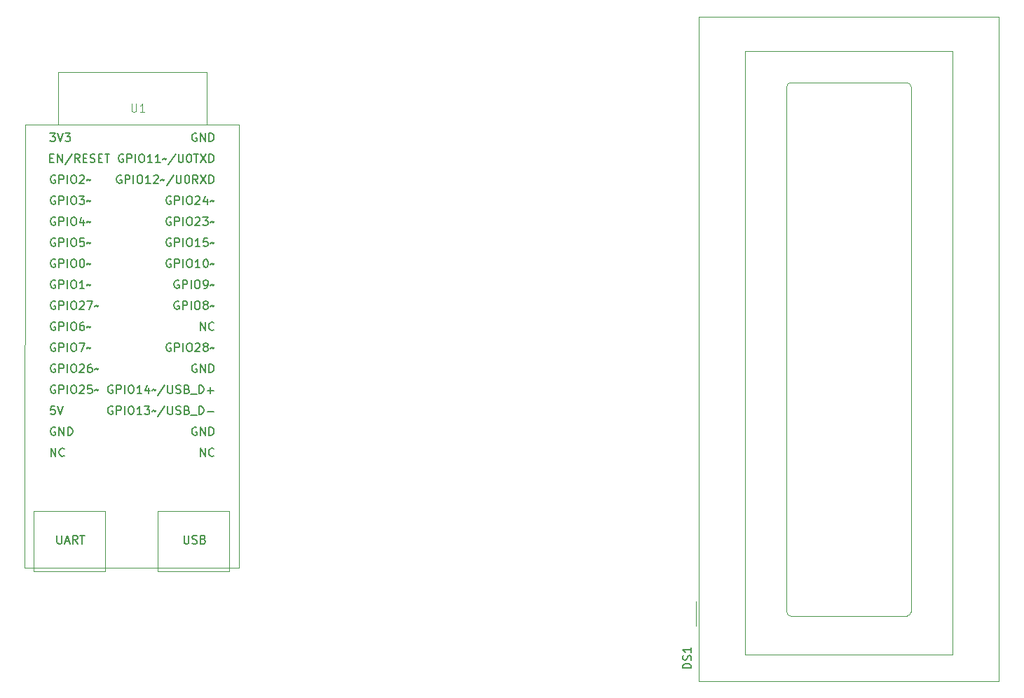
<source format=gbr>
%TF.GenerationSoftware,KiCad,Pcbnew,9.0.7-9.0.7~ubuntu24.04.1*%
%TF.CreationDate,2026-02-23T19:59:15-05:00*%
%TF.ProjectId,schematic,73636865-6d61-4746-9963-2e6b69636164,rev?*%
%TF.SameCoordinates,Original*%
%TF.FileFunction,Legend,Top*%
%TF.FilePolarity,Positive*%
%FSLAX46Y46*%
G04 Gerber Fmt 4.6, Leading zero omitted, Abs format (unit mm)*
G04 Created by KiCad (PCBNEW 9.0.7-9.0.7~ubuntu24.04.1) date 2026-02-23 19:59:15*
%MOMM*%
%LPD*%
G01*
G04 APERTURE LIST*
%ADD10C,0.150000*%
%ADD11C,0.100000*%
%ADD12C,0.120000*%
G04 APERTURE END LIST*
D10*
X76511541Y-63904819D02*
X77130588Y-63904819D01*
X77130588Y-63904819D02*
X76797255Y-64285771D01*
X76797255Y-64285771D02*
X76940112Y-64285771D01*
X76940112Y-64285771D02*
X77035350Y-64333390D01*
X77035350Y-64333390D02*
X77082969Y-64381009D01*
X77082969Y-64381009D02*
X77130588Y-64476247D01*
X77130588Y-64476247D02*
X77130588Y-64714342D01*
X77130588Y-64714342D02*
X77082969Y-64809580D01*
X77082969Y-64809580D02*
X77035350Y-64857200D01*
X77035350Y-64857200D02*
X76940112Y-64904819D01*
X76940112Y-64904819D02*
X76654398Y-64904819D01*
X76654398Y-64904819D02*
X76559160Y-64857200D01*
X76559160Y-64857200D02*
X76511541Y-64809580D01*
X77416303Y-63904819D02*
X77749636Y-64904819D01*
X77749636Y-64904819D02*
X78082969Y-63904819D01*
X78321065Y-63904819D02*
X78940112Y-63904819D01*
X78940112Y-63904819D02*
X78606779Y-64285771D01*
X78606779Y-64285771D02*
X78749636Y-64285771D01*
X78749636Y-64285771D02*
X78844874Y-64333390D01*
X78844874Y-64333390D02*
X78892493Y-64381009D01*
X78892493Y-64381009D02*
X78940112Y-64476247D01*
X78940112Y-64476247D02*
X78940112Y-64714342D01*
X78940112Y-64714342D02*
X78892493Y-64809580D01*
X78892493Y-64809580D02*
X78844874Y-64857200D01*
X78844874Y-64857200D02*
X78749636Y-64904819D01*
X78749636Y-64904819D02*
X78463922Y-64904819D01*
X78463922Y-64904819D02*
X78368684Y-64857200D01*
X78368684Y-64857200D02*
X78321065Y-64809580D01*
X153954819Y-128594285D02*
X152954819Y-128594285D01*
X152954819Y-128594285D02*
X152954819Y-128356190D01*
X152954819Y-128356190D02*
X153002438Y-128213333D01*
X153002438Y-128213333D02*
X153097676Y-128118095D01*
X153097676Y-128118095D02*
X153192914Y-128070476D01*
X153192914Y-128070476D02*
X153383390Y-128022857D01*
X153383390Y-128022857D02*
X153526247Y-128022857D01*
X153526247Y-128022857D02*
X153716723Y-128070476D01*
X153716723Y-128070476D02*
X153811961Y-128118095D01*
X153811961Y-128118095D02*
X153907200Y-128213333D01*
X153907200Y-128213333D02*
X153954819Y-128356190D01*
X153954819Y-128356190D02*
X153954819Y-128594285D01*
X153907200Y-127641904D02*
X153954819Y-127499047D01*
X153954819Y-127499047D02*
X153954819Y-127260952D01*
X153954819Y-127260952D02*
X153907200Y-127165714D01*
X153907200Y-127165714D02*
X153859580Y-127118095D01*
X153859580Y-127118095D02*
X153764342Y-127070476D01*
X153764342Y-127070476D02*
X153669104Y-127070476D01*
X153669104Y-127070476D02*
X153573866Y-127118095D01*
X153573866Y-127118095D02*
X153526247Y-127165714D01*
X153526247Y-127165714D02*
X153478628Y-127260952D01*
X153478628Y-127260952D02*
X153431009Y-127451428D01*
X153431009Y-127451428D02*
X153383390Y-127546666D01*
X153383390Y-127546666D02*
X153335771Y-127594285D01*
X153335771Y-127594285D02*
X153240533Y-127641904D01*
X153240533Y-127641904D02*
X153145295Y-127641904D01*
X153145295Y-127641904D02*
X153050057Y-127594285D01*
X153050057Y-127594285D02*
X153002438Y-127546666D01*
X153002438Y-127546666D02*
X152954819Y-127451428D01*
X152954819Y-127451428D02*
X152954819Y-127213333D01*
X152954819Y-127213333D02*
X153002438Y-127070476D01*
X153954819Y-126118095D02*
X153954819Y-126689523D01*
X153954819Y-126403809D02*
X152954819Y-126403809D01*
X152954819Y-126403809D02*
X153097676Y-126499047D01*
X153097676Y-126499047D02*
X153192914Y-126594285D01*
X153192914Y-126594285D02*
X153240533Y-126689523D01*
D11*
X86356295Y-60316019D02*
X86356295Y-61125542D01*
X86356295Y-61125542D02*
X86403914Y-61220780D01*
X86403914Y-61220780D02*
X86451533Y-61268400D01*
X86451533Y-61268400D02*
X86546771Y-61316019D01*
X86546771Y-61316019D02*
X86737247Y-61316019D01*
X86737247Y-61316019D02*
X86832485Y-61268400D01*
X86832485Y-61268400D02*
X86880104Y-61220780D01*
X86880104Y-61220780D02*
X86927723Y-61125542D01*
X86927723Y-61125542D02*
X86927723Y-60316019D01*
X87927723Y-61316019D02*
X87356295Y-61316019D01*
X87642009Y-61316019D02*
X87642009Y-60316019D01*
X87642009Y-60316019D02*
X87546771Y-60458876D01*
X87546771Y-60458876D02*
X87451533Y-60554114D01*
X87451533Y-60554114D02*
X87356295Y-60601733D01*
D10*
X94681792Y-103004819D02*
X94681792Y-102004819D01*
X94681792Y-102004819D02*
X95253220Y-103004819D01*
X95253220Y-103004819D02*
X95253220Y-102004819D01*
X96300839Y-102909580D02*
X96253220Y-102957200D01*
X96253220Y-102957200D02*
X96110363Y-103004819D01*
X96110363Y-103004819D02*
X96015125Y-103004819D01*
X96015125Y-103004819D02*
X95872268Y-102957200D01*
X95872268Y-102957200D02*
X95777030Y-102861961D01*
X95777030Y-102861961D02*
X95729411Y-102766723D01*
X95729411Y-102766723D02*
X95681792Y-102576247D01*
X95681792Y-102576247D02*
X95681792Y-102433390D01*
X95681792Y-102433390D02*
X95729411Y-102242914D01*
X95729411Y-102242914D02*
X95777030Y-102147676D01*
X95777030Y-102147676D02*
X95872268Y-102052438D01*
X95872268Y-102052438D02*
X96015125Y-102004819D01*
X96015125Y-102004819D02*
X96110363Y-102004819D01*
X96110363Y-102004819D02*
X96253220Y-102052438D01*
X96253220Y-102052438D02*
X96300839Y-102100057D01*
X85110363Y-69032438D02*
X85015125Y-68984819D01*
X85015125Y-68984819D02*
X84872268Y-68984819D01*
X84872268Y-68984819D02*
X84729411Y-69032438D01*
X84729411Y-69032438D02*
X84634173Y-69127676D01*
X84634173Y-69127676D02*
X84586554Y-69222914D01*
X84586554Y-69222914D02*
X84538935Y-69413390D01*
X84538935Y-69413390D02*
X84538935Y-69556247D01*
X84538935Y-69556247D02*
X84586554Y-69746723D01*
X84586554Y-69746723D02*
X84634173Y-69841961D01*
X84634173Y-69841961D02*
X84729411Y-69937200D01*
X84729411Y-69937200D02*
X84872268Y-69984819D01*
X84872268Y-69984819D02*
X84967506Y-69984819D01*
X84967506Y-69984819D02*
X85110363Y-69937200D01*
X85110363Y-69937200D02*
X85157982Y-69889580D01*
X85157982Y-69889580D02*
X85157982Y-69556247D01*
X85157982Y-69556247D02*
X84967506Y-69556247D01*
X85586554Y-69984819D02*
X85586554Y-68984819D01*
X85586554Y-68984819D02*
X85967506Y-68984819D01*
X85967506Y-68984819D02*
X86062744Y-69032438D01*
X86062744Y-69032438D02*
X86110363Y-69080057D01*
X86110363Y-69080057D02*
X86157982Y-69175295D01*
X86157982Y-69175295D02*
X86157982Y-69318152D01*
X86157982Y-69318152D02*
X86110363Y-69413390D01*
X86110363Y-69413390D02*
X86062744Y-69461009D01*
X86062744Y-69461009D02*
X85967506Y-69508628D01*
X85967506Y-69508628D02*
X85586554Y-69508628D01*
X86586554Y-69984819D02*
X86586554Y-68984819D01*
X87253220Y-68984819D02*
X87443696Y-68984819D01*
X87443696Y-68984819D02*
X87538934Y-69032438D01*
X87538934Y-69032438D02*
X87634172Y-69127676D01*
X87634172Y-69127676D02*
X87681791Y-69318152D01*
X87681791Y-69318152D02*
X87681791Y-69651485D01*
X87681791Y-69651485D02*
X87634172Y-69841961D01*
X87634172Y-69841961D02*
X87538934Y-69937200D01*
X87538934Y-69937200D02*
X87443696Y-69984819D01*
X87443696Y-69984819D02*
X87253220Y-69984819D01*
X87253220Y-69984819D02*
X87157982Y-69937200D01*
X87157982Y-69937200D02*
X87062744Y-69841961D01*
X87062744Y-69841961D02*
X87015125Y-69651485D01*
X87015125Y-69651485D02*
X87015125Y-69318152D01*
X87015125Y-69318152D02*
X87062744Y-69127676D01*
X87062744Y-69127676D02*
X87157982Y-69032438D01*
X87157982Y-69032438D02*
X87253220Y-68984819D01*
X88634172Y-69984819D02*
X88062744Y-69984819D01*
X88348458Y-69984819D02*
X88348458Y-68984819D01*
X88348458Y-68984819D02*
X88253220Y-69127676D01*
X88253220Y-69127676D02*
X88157982Y-69222914D01*
X88157982Y-69222914D02*
X88062744Y-69270533D01*
X89015125Y-69080057D02*
X89062744Y-69032438D01*
X89062744Y-69032438D02*
X89157982Y-68984819D01*
X89157982Y-68984819D02*
X89396077Y-68984819D01*
X89396077Y-68984819D02*
X89491315Y-69032438D01*
X89491315Y-69032438D02*
X89538934Y-69080057D01*
X89538934Y-69080057D02*
X89586553Y-69175295D01*
X89586553Y-69175295D02*
X89586553Y-69270533D01*
X89586553Y-69270533D02*
X89538934Y-69413390D01*
X89538934Y-69413390D02*
X88967506Y-69984819D01*
X88967506Y-69984819D02*
X89586553Y-69984819D01*
X89872268Y-69603866D02*
X89919887Y-69556247D01*
X89919887Y-69556247D02*
X90015125Y-69508628D01*
X90015125Y-69508628D02*
X90205601Y-69603866D01*
X90205601Y-69603866D02*
X90300839Y-69556247D01*
X90300839Y-69556247D02*
X90348458Y-69508628D01*
X91443696Y-68937200D02*
X90586554Y-70222914D01*
X91777030Y-68984819D02*
X91777030Y-69794342D01*
X91777030Y-69794342D02*
X91824649Y-69889580D01*
X91824649Y-69889580D02*
X91872268Y-69937200D01*
X91872268Y-69937200D02*
X91967506Y-69984819D01*
X91967506Y-69984819D02*
X92157982Y-69984819D01*
X92157982Y-69984819D02*
X92253220Y-69937200D01*
X92253220Y-69937200D02*
X92300839Y-69889580D01*
X92300839Y-69889580D02*
X92348458Y-69794342D01*
X92348458Y-69794342D02*
X92348458Y-68984819D01*
X93015125Y-68984819D02*
X93110363Y-68984819D01*
X93110363Y-68984819D02*
X93205601Y-69032438D01*
X93205601Y-69032438D02*
X93253220Y-69080057D01*
X93253220Y-69080057D02*
X93300839Y-69175295D01*
X93300839Y-69175295D02*
X93348458Y-69365771D01*
X93348458Y-69365771D02*
X93348458Y-69603866D01*
X93348458Y-69603866D02*
X93300839Y-69794342D01*
X93300839Y-69794342D02*
X93253220Y-69889580D01*
X93253220Y-69889580D02*
X93205601Y-69937200D01*
X93205601Y-69937200D02*
X93110363Y-69984819D01*
X93110363Y-69984819D02*
X93015125Y-69984819D01*
X93015125Y-69984819D02*
X92919887Y-69937200D01*
X92919887Y-69937200D02*
X92872268Y-69889580D01*
X92872268Y-69889580D02*
X92824649Y-69794342D01*
X92824649Y-69794342D02*
X92777030Y-69603866D01*
X92777030Y-69603866D02*
X92777030Y-69365771D01*
X92777030Y-69365771D02*
X92824649Y-69175295D01*
X92824649Y-69175295D02*
X92872268Y-69080057D01*
X92872268Y-69080057D02*
X92919887Y-69032438D01*
X92919887Y-69032438D02*
X93015125Y-68984819D01*
X94348458Y-69984819D02*
X94015125Y-69508628D01*
X93777030Y-69984819D02*
X93777030Y-68984819D01*
X93777030Y-68984819D02*
X94157982Y-68984819D01*
X94157982Y-68984819D02*
X94253220Y-69032438D01*
X94253220Y-69032438D02*
X94300839Y-69080057D01*
X94300839Y-69080057D02*
X94348458Y-69175295D01*
X94348458Y-69175295D02*
X94348458Y-69318152D01*
X94348458Y-69318152D02*
X94300839Y-69413390D01*
X94300839Y-69413390D02*
X94253220Y-69461009D01*
X94253220Y-69461009D02*
X94157982Y-69508628D01*
X94157982Y-69508628D02*
X93777030Y-69508628D01*
X94681792Y-68984819D02*
X95348458Y-69984819D01*
X95348458Y-68984819D02*
X94681792Y-69984819D01*
X95729411Y-69984819D02*
X95729411Y-68984819D01*
X95729411Y-68984819D02*
X95967506Y-68984819D01*
X95967506Y-68984819D02*
X96110363Y-69032438D01*
X96110363Y-69032438D02*
X96205601Y-69127676D01*
X96205601Y-69127676D02*
X96253220Y-69222914D01*
X96253220Y-69222914D02*
X96300839Y-69413390D01*
X96300839Y-69413390D02*
X96300839Y-69556247D01*
X96300839Y-69556247D02*
X96253220Y-69746723D01*
X96253220Y-69746723D02*
X96205601Y-69841961D01*
X96205601Y-69841961D02*
X96110363Y-69937200D01*
X96110363Y-69937200D02*
X95967506Y-69984819D01*
X95967506Y-69984819D02*
X95729411Y-69984819D01*
X77130588Y-94432438D02*
X77035350Y-94384819D01*
X77035350Y-94384819D02*
X76892493Y-94384819D01*
X76892493Y-94384819D02*
X76749636Y-94432438D01*
X76749636Y-94432438D02*
X76654398Y-94527676D01*
X76654398Y-94527676D02*
X76606779Y-94622914D01*
X76606779Y-94622914D02*
X76559160Y-94813390D01*
X76559160Y-94813390D02*
X76559160Y-94956247D01*
X76559160Y-94956247D02*
X76606779Y-95146723D01*
X76606779Y-95146723D02*
X76654398Y-95241961D01*
X76654398Y-95241961D02*
X76749636Y-95337200D01*
X76749636Y-95337200D02*
X76892493Y-95384819D01*
X76892493Y-95384819D02*
X76987731Y-95384819D01*
X76987731Y-95384819D02*
X77130588Y-95337200D01*
X77130588Y-95337200D02*
X77178207Y-95289580D01*
X77178207Y-95289580D02*
X77178207Y-94956247D01*
X77178207Y-94956247D02*
X76987731Y-94956247D01*
X77606779Y-95384819D02*
X77606779Y-94384819D01*
X77606779Y-94384819D02*
X77987731Y-94384819D01*
X77987731Y-94384819D02*
X78082969Y-94432438D01*
X78082969Y-94432438D02*
X78130588Y-94480057D01*
X78130588Y-94480057D02*
X78178207Y-94575295D01*
X78178207Y-94575295D02*
X78178207Y-94718152D01*
X78178207Y-94718152D02*
X78130588Y-94813390D01*
X78130588Y-94813390D02*
X78082969Y-94861009D01*
X78082969Y-94861009D02*
X77987731Y-94908628D01*
X77987731Y-94908628D02*
X77606779Y-94908628D01*
X78606779Y-95384819D02*
X78606779Y-94384819D01*
X79273445Y-94384819D02*
X79463921Y-94384819D01*
X79463921Y-94384819D02*
X79559159Y-94432438D01*
X79559159Y-94432438D02*
X79654397Y-94527676D01*
X79654397Y-94527676D02*
X79702016Y-94718152D01*
X79702016Y-94718152D02*
X79702016Y-95051485D01*
X79702016Y-95051485D02*
X79654397Y-95241961D01*
X79654397Y-95241961D02*
X79559159Y-95337200D01*
X79559159Y-95337200D02*
X79463921Y-95384819D01*
X79463921Y-95384819D02*
X79273445Y-95384819D01*
X79273445Y-95384819D02*
X79178207Y-95337200D01*
X79178207Y-95337200D02*
X79082969Y-95241961D01*
X79082969Y-95241961D02*
X79035350Y-95051485D01*
X79035350Y-95051485D02*
X79035350Y-94718152D01*
X79035350Y-94718152D02*
X79082969Y-94527676D01*
X79082969Y-94527676D02*
X79178207Y-94432438D01*
X79178207Y-94432438D02*
X79273445Y-94384819D01*
X80082969Y-94480057D02*
X80130588Y-94432438D01*
X80130588Y-94432438D02*
X80225826Y-94384819D01*
X80225826Y-94384819D02*
X80463921Y-94384819D01*
X80463921Y-94384819D02*
X80559159Y-94432438D01*
X80559159Y-94432438D02*
X80606778Y-94480057D01*
X80606778Y-94480057D02*
X80654397Y-94575295D01*
X80654397Y-94575295D02*
X80654397Y-94670533D01*
X80654397Y-94670533D02*
X80606778Y-94813390D01*
X80606778Y-94813390D02*
X80035350Y-95384819D01*
X80035350Y-95384819D02*
X80654397Y-95384819D01*
X81559159Y-94384819D02*
X81082969Y-94384819D01*
X81082969Y-94384819D02*
X81035350Y-94861009D01*
X81035350Y-94861009D02*
X81082969Y-94813390D01*
X81082969Y-94813390D02*
X81178207Y-94765771D01*
X81178207Y-94765771D02*
X81416302Y-94765771D01*
X81416302Y-94765771D02*
X81511540Y-94813390D01*
X81511540Y-94813390D02*
X81559159Y-94861009D01*
X81559159Y-94861009D02*
X81606778Y-94956247D01*
X81606778Y-94956247D02*
X81606778Y-95194342D01*
X81606778Y-95194342D02*
X81559159Y-95289580D01*
X81559159Y-95289580D02*
X81511540Y-95337200D01*
X81511540Y-95337200D02*
X81416302Y-95384819D01*
X81416302Y-95384819D02*
X81178207Y-95384819D01*
X81178207Y-95384819D02*
X81082969Y-95337200D01*
X81082969Y-95337200D02*
X81035350Y-95289580D01*
X81892493Y-95003866D02*
X81940112Y-94956247D01*
X81940112Y-94956247D02*
X82035350Y-94908628D01*
X82035350Y-94908628D02*
X82225826Y-95003866D01*
X82225826Y-95003866D02*
X82321064Y-94956247D01*
X82321064Y-94956247D02*
X82368683Y-94908628D01*
X77130588Y-91892438D02*
X77035350Y-91844819D01*
X77035350Y-91844819D02*
X76892493Y-91844819D01*
X76892493Y-91844819D02*
X76749636Y-91892438D01*
X76749636Y-91892438D02*
X76654398Y-91987676D01*
X76654398Y-91987676D02*
X76606779Y-92082914D01*
X76606779Y-92082914D02*
X76559160Y-92273390D01*
X76559160Y-92273390D02*
X76559160Y-92416247D01*
X76559160Y-92416247D02*
X76606779Y-92606723D01*
X76606779Y-92606723D02*
X76654398Y-92701961D01*
X76654398Y-92701961D02*
X76749636Y-92797200D01*
X76749636Y-92797200D02*
X76892493Y-92844819D01*
X76892493Y-92844819D02*
X76987731Y-92844819D01*
X76987731Y-92844819D02*
X77130588Y-92797200D01*
X77130588Y-92797200D02*
X77178207Y-92749580D01*
X77178207Y-92749580D02*
X77178207Y-92416247D01*
X77178207Y-92416247D02*
X76987731Y-92416247D01*
X77606779Y-92844819D02*
X77606779Y-91844819D01*
X77606779Y-91844819D02*
X77987731Y-91844819D01*
X77987731Y-91844819D02*
X78082969Y-91892438D01*
X78082969Y-91892438D02*
X78130588Y-91940057D01*
X78130588Y-91940057D02*
X78178207Y-92035295D01*
X78178207Y-92035295D02*
X78178207Y-92178152D01*
X78178207Y-92178152D02*
X78130588Y-92273390D01*
X78130588Y-92273390D02*
X78082969Y-92321009D01*
X78082969Y-92321009D02*
X77987731Y-92368628D01*
X77987731Y-92368628D02*
X77606779Y-92368628D01*
X78606779Y-92844819D02*
X78606779Y-91844819D01*
X79273445Y-91844819D02*
X79463921Y-91844819D01*
X79463921Y-91844819D02*
X79559159Y-91892438D01*
X79559159Y-91892438D02*
X79654397Y-91987676D01*
X79654397Y-91987676D02*
X79702016Y-92178152D01*
X79702016Y-92178152D02*
X79702016Y-92511485D01*
X79702016Y-92511485D02*
X79654397Y-92701961D01*
X79654397Y-92701961D02*
X79559159Y-92797200D01*
X79559159Y-92797200D02*
X79463921Y-92844819D01*
X79463921Y-92844819D02*
X79273445Y-92844819D01*
X79273445Y-92844819D02*
X79178207Y-92797200D01*
X79178207Y-92797200D02*
X79082969Y-92701961D01*
X79082969Y-92701961D02*
X79035350Y-92511485D01*
X79035350Y-92511485D02*
X79035350Y-92178152D01*
X79035350Y-92178152D02*
X79082969Y-91987676D01*
X79082969Y-91987676D02*
X79178207Y-91892438D01*
X79178207Y-91892438D02*
X79273445Y-91844819D01*
X80082969Y-91940057D02*
X80130588Y-91892438D01*
X80130588Y-91892438D02*
X80225826Y-91844819D01*
X80225826Y-91844819D02*
X80463921Y-91844819D01*
X80463921Y-91844819D02*
X80559159Y-91892438D01*
X80559159Y-91892438D02*
X80606778Y-91940057D01*
X80606778Y-91940057D02*
X80654397Y-92035295D01*
X80654397Y-92035295D02*
X80654397Y-92130533D01*
X80654397Y-92130533D02*
X80606778Y-92273390D01*
X80606778Y-92273390D02*
X80035350Y-92844819D01*
X80035350Y-92844819D02*
X80654397Y-92844819D01*
X81511540Y-91844819D02*
X81321064Y-91844819D01*
X81321064Y-91844819D02*
X81225826Y-91892438D01*
X81225826Y-91892438D02*
X81178207Y-91940057D01*
X81178207Y-91940057D02*
X81082969Y-92082914D01*
X81082969Y-92082914D02*
X81035350Y-92273390D01*
X81035350Y-92273390D02*
X81035350Y-92654342D01*
X81035350Y-92654342D02*
X81082969Y-92749580D01*
X81082969Y-92749580D02*
X81130588Y-92797200D01*
X81130588Y-92797200D02*
X81225826Y-92844819D01*
X81225826Y-92844819D02*
X81416302Y-92844819D01*
X81416302Y-92844819D02*
X81511540Y-92797200D01*
X81511540Y-92797200D02*
X81559159Y-92749580D01*
X81559159Y-92749580D02*
X81606778Y-92654342D01*
X81606778Y-92654342D02*
X81606778Y-92416247D01*
X81606778Y-92416247D02*
X81559159Y-92321009D01*
X81559159Y-92321009D02*
X81511540Y-92273390D01*
X81511540Y-92273390D02*
X81416302Y-92225771D01*
X81416302Y-92225771D02*
X81225826Y-92225771D01*
X81225826Y-92225771D02*
X81130588Y-92273390D01*
X81130588Y-92273390D02*
X81082969Y-92321009D01*
X81082969Y-92321009D02*
X81035350Y-92416247D01*
X81892493Y-92463866D02*
X81940112Y-92416247D01*
X81940112Y-92416247D02*
X82035350Y-92368628D01*
X82035350Y-92368628D02*
X82225826Y-92463866D01*
X82225826Y-92463866D02*
X82321064Y-92416247D01*
X82321064Y-92416247D02*
X82368683Y-92368628D01*
X92689895Y-112553419D02*
X92689895Y-113362942D01*
X92689895Y-113362942D02*
X92737514Y-113458180D01*
X92737514Y-113458180D02*
X92785133Y-113505800D01*
X92785133Y-113505800D02*
X92880371Y-113553419D01*
X92880371Y-113553419D02*
X93070847Y-113553419D01*
X93070847Y-113553419D02*
X93166085Y-113505800D01*
X93166085Y-113505800D02*
X93213704Y-113458180D01*
X93213704Y-113458180D02*
X93261323Y-113362942D01*
X93261323Y-113362942D02*
X93261323Y-112553419D01*
X93689895Y-113505800D02*
X93832752Y-113553419D01*
X93832752Y-113553419D02*
X94070847Y-113553419D01*
X94070847Y-113553419D02*
X94166085Y-113505800D01*
X94166085Y-113505800D02*
X94213704Y-113458180D01*
X94213704Y-113458180D02*
X94261323Y-113362942D01*
X94261323Y-113362942D02*
X94261323Y-113267704D01*
X94261323Y-113267704D02*
X94213704Y-113172466D01*
X94213704Y-113172466D02*
X94166085Y-113124847D01*
X94166085Y-113124847D02*
X94070847Y-113077228D01*
X94070847Y-113077228D02*
X93880371Y-113029609D01*
X93880371Y-113029609D02*
X93785133Y-112981990D01*
X93785133Y-112981990D02*
X93737514Y-112934371D01*
X93737514Y-112934371D02*
X93689895Y-112839133D01*
X93689895Y-112839133D02*
X93689895Y-112743895D01*
X93689895Y-112743895D02*
X93737514Y-112648657D01*
X93737514Y-112648657D02*
X93785133Y-112601038D01*
X93785133Y-112601038D02*
X93880371Y-112553419D01*
X93880371Y-112553419D02*
X94118466Y-112553419D01*
X94118466Y-112553419D02*
X94261323Y-112601038D01*
X95023228Y-113029609D02*
X95166085Y-113077228D01*
X95166085Y-113077228D02*
X95213704Y-113124847D01*
X95213704Y-113124847D02*
X95261323Y-113220085D01*
X95261323Y-113220085D02*
X95261323Y-113362942D01*
X95261323Y-113362942D02*
X95213704Y-113458180D01*
X95213704Y-113458180D02*
X95166085Y-113505800D01*
X95166085Y-113505800D02*
X95070847Y-113553419D01*
X95070847Y-113553419D02*
X94689895Y-113553419D01*
X94689895Y-113553419D02*
X94689895Y-112553419D01*
X94689895Y-112553419D02*
X95023228Y-112553419D01*
X95023228Y-112553419D02*
X95118466Y-112601038D01*
X95118466Y-112601038D02*
X95166085Y-112648657D01*
X95166085Y-112648657D02*
X95213704Y-112743895D01*
X95213704Y-112743895D02*
X95213704Y-112839133D01*
X95213704Y-112839133D02*
X95166085Y-112934371D01*
X95166085Y-112934371D02*
X95118466Y-112981990D01*
X95118466Y-112981990D02*
X95023228Y-113029609D01*
X95023228Y-113029609D02*
X94689895Y-113029609D01*
X77130588Y-86812438D02*
X77035350Y-86764819D01*
X77035350Y-86764819D02*
X76892493Y-86764819D01*
X76892493Y-86764819D02*
X76749636Y-86812438D01*
X76749636Y-86812438D02*
X76654398Y-86907676D01*
X76654398Y-86907676D02*
X76606779Y-87002914D01*
X76606779Y-87002914D02*
X76559160Y-87193390D01*
X76559160Y-87193390D02*
X76559160Y-87336247D01*
X76559160Y-87336247D02*
X76606779Y-87526723D01*
X76606779Y-87526723D02*
X76654398Y-87621961D01*
X76654398Y-87621961D02*
X76749636Y-87717200D01*
X76749636Y-87717200D02*
X76892493Y-87764819D01*
X76892493Y-87764819D02*
X76987731Y-87764819D01*
X76987731Y-87764819D02*
X77130588Y-87717200D01*
X77130588Y-87717200D02*
X77178207Y-87669580D01*
X77178207Y-87669580D02*
X77178207Y-87336247D01*
X77178207Y-87336247D02*
X76987731Y-87336247D01*
X77606779Y-87764819D02*
X77606779Y-86764819D01*
X77606779Y-86764819D02*
X77987731Y-86764819D01*
X77987731Y-86764819D02*
X78082969Y-86812438D01*
X78082969Y-86812438D02*
X78130588Y-86860057D01*
X78130588Y-86860057D02*
X78178207Y-86955295D01*
X78178207Y-86955295D02*
X78178207Y-87098152D01*
X78178207Y-87098152D02*
X78130588Y-87193390D01*
X78130588Y-87193390D02*
X78082969Y-87241009D01*
X78082969Y-87241009D02*
X77987731Y-87288628D01*
X77987731Y-87288628D02*
X77606779Y-87288628D01*
X78606779Y-87764819D02*
X78606779Y-86764819D01*
X79273445Y-86764819D02*
X79463921Y-86764819D01*
X79463921Y-86764819D02*
X79559159Y-86812438D01*
X79559159Y-86812438D02*
X79654397Y-86907676D01*
X79654397Y-86907676D02*
X79702016Y-87098152D01*
X79702016Y-87098152D02*
X79702016Y-87431485D01*
X79702016Y-87431485D02*
X79654397Y-87621961D01*
X79654397Y-87621961D02*
X79559159Y-87717200D01*
X79559159Y-87717200D02*
X79463921Y-87764819D01*
X79463921Y-87764819D02*
X79273445Y-87764819D01*
X79273445Y-87764819D02*
X79178207Y-87717200D01*
X79178207Y-87717200D02*
X79082969Y-87621961D01*
X79082969Y-87621961D02*
X79035350Y-87431485D01*
X79035350Y-87431485D02*
X79035350Y-87098152D01*
X79035350Y-87098152D02*
X79082969Y-86907676D01*
X79082969Y-86907676D02*
X79178207Y-86812438D01*
X79178207Y-86812438D02*
X79273445Y-86764819D01*
X80559159Y-86764819D02*
X80368683Y-86764819D01*
X80368683Y-86764819D02*
X80273445Y-86812438D01*
X80273445Y-86812438D02*
X80225826Y-86860057D01*
X80225826Y-86860057D02*
X80130588Y-87002914D01*
X80130588Y-87002914D02*
X80082969Y-87193390D01*
X80082969Y-87193390D02*
X80082969Y-87574342D01*
X80082969Y-87574342D02*
X80130588Y-87669580D01*
X80130588Y-87669580D02*
X80178207Y-87717200D01*
X80178207Y-87717200D02*
X80273445Y-87764819D01*
X80273445Y-87764819D02*
X80463921Y-87764819D01*
X80463921Y-87764819D02*
X80559159Y-87717200D01*
X80559159Y-87717200D02*
X80606778Y-87669580D01*
X80606778Y-87669580D02*
X80654397Y-87574342D01*
X80654397Y-87574342D02*
X80654397Y-87336247D01*
X80654397Y-87336247D02*
X80606778Y-87241009D01*
X80606778Y-87241009D02*
X80559159Y-87193390D01*
X80559159Y-87193390D02*
X80463921Y-87145771D01*
X80463921Y-87145771D02*
X80273445Y-87145771D01*
X80273445Y-87145771D02*
X80178207Y-87193390D01*
X80178207Y-87193390D02*
X80130588Y-87241009D01*
X80130588Y-87241009D02*
X80082969Y-87336247D01*
X80940112Y-87383866D02*
X80987731Y-87336247D01*
X80987731Y-87336247D02*
X81082969Y-87288628D01*
X81082969Y-87288628D02*
X81273445Y-87383866D01*
X81273445Y-87383866D02*
X81368683Y-87336247D01*
X81368683Y-87336247D02*
X81416302Y-87288628D01*
X77130588Y-99512438D02*
X77035350Y-99464819D01*
X77035350Y-99464819D02*
X76892493Y-99464819D01*
X76892493Y-99464819D02*
X76749636Y-99512438D01*
X76749636Y-99512438D02*
X76654398Y-99607676D01*
X76654398Y-99607676D02*
X76606779Y-99702914D01*
X76606779Y-99702914D02*
X76559160Y-99893390D01*
X76559160Y-99893390D02*
X76559160Y-100036247D01*
X76559160Y-100036247D02*
X76606779Y-100226723D01*
X76606779Y-100226723D02*
X76654398Y-100321961D01*
X76654398Y-100321961D02*
X76749636Y-100417200D01*
X76749636Y-100417200D02*
X76892493Y-100464819D01*
X76892493Y-100464819D02*
X76987731Y-100464819D01*
X76987731Y-100464819D02*
X77130588Y-100417200D01*
X77130588Y-100417200D02*
X77178207Y-100369580D01*
X77178207Y-100369580D02*
X77178207Y-100036247D01*
X77178207Y-100036247D02*
X76987731Y-100036247D01*
X77606779Y-100464819D02*
X77606779Y-99464819D01*
X77606779Y-99464819D02*
X78178207Y-100464819D01*
X78178207Y-100464819D02*
X78178207Y-99464819D01*
X78654398Y-100464819D02*
X78654398Y-99464819D01*
X78654398Y-99464819D02*
X78892493Y-99464819D01*
X78892493Y-99464819D02*
X79035350Y-99512438D01*
X79035350Y-99512438D02*
X79130588Y-99607676D01*
X79130588Y-99607676D02*
X79178207Y-99702914D01*
X79178207Y-99702914D02*
X79225826Y-99893390D01*
X79225826Y-99893390D02*
X79225826Y-100036247D01*
X79225826Y-100036247D02*
X79178207Y-100226723D01*
X79178207Y-100226723D02*
X79130588Y-100321961D01*
X79130588Y-100321961D02*
X79035350Y-100417200D01*
X79035350Y-100417200D02*
X78892493Y-100464819D01*
X78892493Y-100464819D02*
X78654398Y-100464819D01*
X77130588Y-71572438D02*
X77035350Y-71524819D01*
X77035350Y-71524819D02*
X76892493Y-71524819D01*
X76892493Y-71524819D02*
X76749636Y-71572438D01*
X76749636Y-71572438D02*
X76654398Y-71667676D01*
X76654398Y-71667676D02*
X76606779Y-71762914D01*
X76606779Y-71762914D02*
X76559160Y-71953390D01*
X76559160Y-71953390D02*
X76559160Y-72096247D01*
X76559160Y-72096247D02*
X76606779Y-72286723D01*
X76606779Y-72286723D02*
X76654398Y-72381961D01*
X76654398Y-72381961D02*
X76749636Y-72477200D01*
X76749636Y-72477200D02*
X76892493Y-72524819D01*
X76892493Y-72524819D02*
X76987731Y-72524819D01*
X76987731Y-72524819D02*
X77130588Y-72477200D01*
X77130588Y-72477200D02*
X77178207Y-72429580D01*
X77178207Y-72429580D02*
X77178207Y-72096247D01*
X77178207Y-72096247D02*
X76987731Y-72096247D01*
X77606779Y-72524819D02*
X77606779Y-71524819D01*
X77606779Y-71524819D02*
X77987731Y-71524819D01*
X77987731Y-71524819D02*
X78082969Y-71572438D01*
X78082969Y-71572438D02*
X78130588Y-71620057D01*
X78130588Y-71620057D02*
X78178207Y-71715295D01*
X78178207Y-71715295D02*
X78178207Y-71858152D01*
X78178207Y-71858152D02*
X78130588Y-71953390D01*
X78130588Y-71953390D02*
X78082969Y-72001009D01*
X78082969Y-72001009D02*
X77987731Y-72048628D01*
X77987731Y-72048628D02*
X77606779Y-72048628D01*
X78606779Y-72524819D02*
X78606779Y-71524819D01*
X79273445Y-71524819D02*
X79463921Y-71524819D01*
X79463921Y-71524819D02*
X79559159Y-71572438D01*
X79559159Y-71572438D02*
X79654397Y-71667676D01*
X79654397Y-71667676D02*
X79702016Y-71858152D01*
X79702016Y-71858152D02*
X79702016Y-72191485D01*
X79702016Y-72191485D02*
X79654397Y-72381961D01*
X79654397Y-72381961D02*
X79559159Y-72477200D01*
X79559159Y-72477200D02*
X79463921Y-72524819D01*
X79463921Y-72524819D02*
X79273445Y-72524819D01*
X79273445Y-72524819D02*
X79178207Y-72477200D01*
X79178207Y-72477200D02*
X79082969Y-72381961D01*
X79082969Y-72381961D02*
X79035350Y-72191485D01*
X79035350Y-72191485D02*
X79035350Y-71858152D01*
X79035350Y-71858152D02*
X79082969Y-71667676D01*
X79082969Y-71667676D02*
X79178207Y-71572438D01*
X79178207Y-71572438D02*
X79273445Y-71524819D01*
X80035350Y-71524819D02*
X80654397Y-71524819D01*
X80654397Y-71524819D02*
X80321064Y-71905771D01*
X80321064Y-71905771D02*
X80463921Y-71905771D01*
X80463921Y-71905771D02*
X80559159Y-71953390D01*
X80559159Y-71953390D02*
X80606778Y-72001009D01*
X80606778Y-72001009D02*
X80654397Y-72096247D01*
X80654397Y-72096247D02*
X80654397Y-72334342D01*
X80654397Y-72334342D02*
X80606778Y-72429580D01*
X80606778Y-72429580D02*
X80559159Y-72477200D01*
X80559159Y-72477200D02*
X80463921Y-72524819D01*
X80463921Y-72524819D02*
X80178207Y-72524819D01*
X80178207Y-72524819D02*
X80082969Y-72477200D01*
X80082969Y-72477200D02*
X80035350Y-72429580D01*
X80940112Y-72143866D02*
X80987731Y-72096247D01*
X80987731Y-72096247D02*
X81082969Y-72048628D01*
X81082969Y-72048628D02*
X81273445Y-72143866D01*
X81273445Y-72143866D02*
X81368683Y-72096247D01*
X81368683Y-72096247D02*
X81416302Y-72048628D01*
X77356562Y-112553419D02*
X77356562Y-113362942D01*
X77356562Y-113362942D02*
X77404181Y-113458180D01*
X77404181Y-113458180D02*
X77451800Y-113505800D01*
X77451800Y-113505800D02*
X77547038Y-113553419D01*
X77547038Y-113553419D02*
X77737514Y-113553419D01*
X77737514Y-113553419D02*
X77832752Y-113505800D01*
X77832752Y-113505800D02*
X77880371Y-113458180D01*
X77880371Y-113458180D02*
X77927990Y-113362942D01*
X77927990Y-113362942D02*
X77927990Y-112553419D01*
X78356562Y-113267704D02*
X78832752Y-113267704D01*
X78261324Y-113553419D02*
X78594657Y-112553419D01*
X78594657Y-112553419D02*
X78927990Y-113553419D01*
X79832752Y-113553419D02*
X79499419Y-113077228D01*
X79261324Y-113553419D02*
X79261324Y-112553419D01*
X79261324Y-112553419D02*
X79642276Y-112553419D01*
X79642276Y-112553419D02*
X79737514Y-112601038D01*
X79737514Y-112601038D02*
X79785133Y-112648657D01*
X79785133Y-112648657D02*
X79832752Y-112743895D01*
X79832752Y-112743895D02*
X79832752Y-112886752D01*
X79832752Y-112886752D02*
X79785133Y-112981990D01*
X79785133Y-112981990D02*
X79737514Y-113029609D01*
X79737514Y-113029609D02*
X79642276Y-113077228D01*
X79642276Y-113077228D02*
X79261324Y-113077228D01*
X80118467Y-112553419D02*
X80689895Y-112553419D01*
X80404181Y-113553419D02*
X80404181Y-112553419D01*
X77130588Y-76652438D02*
X77035350Y-76604819D01*
X77035350Y-76604819D02*
X76892493Y-76604819D01*
X76892493Y-76604819D02*
X76749636Y-76652438D01*
X76749636Y-76652438D02*
X76654398Y-76747676D01*
X76654398Y-76747676D02*
X76606779Y-76842914D01*
X76606779Y-76842914D02*
X76559160Y-77033390D01*
X76559160Y-77033390D02*
X76559160Y-77176247D01*
X76559160Y-77176247D02*
X76606779Y-77366723D01*
X76606779Y-77366723D02*
X76654398Y-77461961D01*
X76654398Y-77461961D02*
X76749636Y-77557200D01*
X76749636Y-77557200D02*
X76892493Y-77604819D01*
X76892493Y-77604819D02*
X76987731Y-77604819D01*
X76987731Y-77604819D02*
X77130588Y-77557200D01*
X77130588Y-77557200D02*
X77178207Y-77509580D01*
X77178207Y-77509580D02*
X77178207Y-77176247D01*
X77178207Y-77176247D02*
X76987731Y-77176247D01*
X77606779Y-77604819D02*
X77606779Y-76604819D01*
X77606779Y-76604819D02*
X77987731Y-76604819D01*
X77987731Y-76604819D02*
X78082969Y-76652438D01*
X78082969Y-76652438D02*
X78130588Y-76700057D01*
X78130588Y-76700057D02*
X78178207Y-76795295D01*
X78178207Y-76795295D02*
X78178207Y-76938152D01*
X78178207Y-76938152D02*
X78130588Y-77033390D01*
X78130588Y-77033390D02*
X78082969Y-77081009D01*
X78082969Y-77081009D02*
X77987731Y-77128628D01*
X77987731Y-77128628D02*
X77606779Y-77128628D01*
X78606779Y-77604819D02*
X78606779Y-76604819D01*
X79273445Y-76604819D02*
X79463921Y-76604819D01*
X79463921Y-76604819D02*
X79559159Y-76652438D01*
X79559159Y-76652438D02*
X79654397Y-76747676D01*
X79654397Y-76747676D02*
X79702016Y-76938152D01*
X79702016Y-76938152D02*
X79702016Y-77271485D01*
X79702016Y-77271485D02*
X79654397Y-77461961D01*
X79654397Y-77461961D02*
X79559159Y-77557200D01*
X79559159Y-77557200D02*
X79463921Y-77604819D01*
X79463921Y-77604819D02*
X79273445Y-77604819D01*
X79273445Y-77604819D02*
X79178207Y-77557200D01*
X79178207Y-77557200D02*
X79082969Y-77461961D01*
X79082969Y-77461961D02*
X79035350Y-77271485D01*
X79035350Y-77271485D02*
X79035350Y-76938152D01*
X79035350Y-76938152D02*
X79082969Y-76747676D01*
X79082969Y-76747676D02*
X79178207Y-76652438D01*
X79178207Y-76652438D02*
X79273445Y-76604819D01*
X80606778Y-76604819D02*
X80130588Y-76604819D01*
X80130588Y-76604819D02*
X80082969Y-77081009D01*
X80082969Y-77081009D02*
X80130588Y-77033390D01*
X80130588Y-77033390D02*
X80225826Y-76985771D01*
X80225826Y-76985771D02*
X80463921Y-76985771D01*
X80463921Y-76985771D02*
X80559159Y-77033390D01*
X80559159Y-77033390D02*
X80606778Y-77081009D01*
X80606778Y-77081009D02*
X80654397Y-77176247D01*
X80654397Y-77176247D02*
X80654397Y-77414342D01*
X80654397Y-77414342D02*
X80606778Y-77509580D01*
X80606778Y-77509580D02*
X80559159Y-77557200D01*
X80559159Y-77557200D02*
X80463921Y-77604819D01*
X80463921Y-77604819D02*
X80225826Y-77604819D01*
X80225826Y-77604819D02*
X80130588Y-77557200D01*
X80130588Y-77557200D02*
X80082969Y-77509580D01*
X80940112Y-77223866D02*
X80987731Y-77176247D01*
X80987731Y-77176247D02*
X81082969Y-77128628D01*
X81082969Y-77128628D02*
X81273445Y-77223866D01*
X81273445Y-77223866D02*
X81368683Y-77176247D01*
X81368683Y-77176247D02*
X81416302Y-77128628D01*
X76606779Y-103004819D02*
X76606779Y-102004819D01*
X76606779Y-102004819D02*
X77178207Y-103004819D01*
X77178207Y-103004819D02*
X77178207Y-102004819D01*
X78225826Y-102909580D02*
X78178207Y-102957200D01*
X78178207Y-102957200D02*
X78035350Y-103004819D01*
X78035350Y-103004819D02*
X77940112Y-103004819D01*
X77940112Y-103004819D02*
X77797255Y-102957200D01*
X77797255Y-102957200D02*
X77702017Y-102861961D01*
X77702017Y-102861961D02*
X77654398Y-102766723D01*
X77654398Y-102766723D02*
X77606779Y-102576247D01*
X77606779Y-102576247D02*
X77606779Y-102433390D01*
X77606779Y-102433390D02*
X77654398Y-102242914D01*
X77654398Y-102242914D02*
X77702017Y-102147676D01*
X77702017Y-102147676D02*
X77797255Y-102052438D01*
X77797255Y-102052438D02*
X77940112Y-102004819D01*
X77940112Y-102004819D02*
X78035350Y-102004819D01*
X78035350Y-102004819D02*
X78178207Y-102052438D01*
X78178207Y-102052438D02*
X78225826Y-102100057D01*
X77130588Y-69032438D02*
X77035350Y-68984819D01*
X77035350Y-68984819D02*
X76892493Y-68984819D01*
X76892493Y-68984819D02*
X76749636Y-69032438D01*
X76749636Y-69032438D02*
X76654398Y-69127676D01*
X76654398Y-69127676D02*
X76606779Y-69222914D01*
X76606779Y-69222914D02*
X76559160Y-69413390D01*
X76559160Y-69413390D02*
X76559160Y-69556247D01*
X76559160Y-69556247D02*
X76606779Y-69746723D01*
X76606779Y-69746723D02*
X76654398Y-69841961D01*
X76654398Y-69841961D02*
X76749636Y-69937200D01*
X76749636Y-69937200D02*
X76892493Y-69984819D01*
X76892493Y-69984819D02*
X76987731Y-69984819D01*
X76987731Y-69984819D02*
X77130588Y-69937200D01*
X77130588Y-69937200D02*
X77178207Y-69889580D01*
X77178207Y-69889580D02*
X77178207Y-69556247D01*
X77178207Y-69556247D02*
X76987731Y-69556247D01*
X77606779Y-69984819D02*
X77606779Y-68984819D01*
X77606779Y-68984819D02*
X77987731Y-68984819D01*
X77987731Y-68984819D02*
X78082969Y-69032438D01*
X78082969Y-69032438D02*
X78130588Y-69080057D01*
X78130588Y-69080057D02*
X78178207Y-69175295D01*
X78178207Y-69175295D02*
X78178207Y-69318152D01*
X78178207Y-69318152D02*
X78130588Y-69413390D01*
X78130588Y-69413390D02*
X78082969Y-69461009D01*
X78082969Y-69461009D02*
X77987731Y-69508628D01*
X77987731Y-69508628D02*
X77606779Y-69508628D01*
X78606779Y-69984819D02*
X78606779Y-68984819D01*
X79273445Y-68984819D02*
X79463921Y-68984819D01*
X79463921Y-68984819D02*
X79559159Y-69032438D01*
X79559159Y-69032438D02*
X79654397Y-69127676D01*
X79654397Y-69127676D02*
X79702016Y-69318152D01*
X79702016Y-69318152D02*
X79702016Y-69651485D01*
X79702016Y-69651485D02*
X79654397Y-69841961D01*
X79654397Y-69841961D02*
X79559159Y-69937200D01*
X79559159Y-69937200D02*
X79463921Y-69984819D01*
X79463921Y-69984819D02*
X79273445Y-69984819D01*
X79273445Y-69984819D02*
X79178207Y-69937200D01*
X79178207Y-69937200D02*
X79082969Y-69841961D01*
X79082969Y-69841961D02*
X79035350Y-69651485D01*
X79035350Y-69651485D02*
X79035350Y-69318152D01*
X79035350Y-69318152D02*
X79082969Y-69127676D01*
X79082969Y-69127676D02*
X79178207Y-69032438D01*
X79178207Y-69032438D02*
X79273445Y-68984819D01*
X80082969Y-69080057D02*
X80130588Y-69032438D01*
X80130588Y-69032438D02*
X80225826Y-68984819D01*
X80225826Y-68984819D02*
X80463921Y-68984819D01*
X80463921Y-68984819D02*
X80559159Y-69032438D01*
X80559159Y-69032438D02*
X80606778Y-69080057D01*
X80606778Y-69080057D02*
X80654397Y-69175295D01*
X80654397Y-69175295D02*
X80654397Y-69270533D01*
X80654397Y-69270533D02*
X80606778Y-69413390D01*
X80606778Y-69413390D02*
X80035350Y-69984819D01*
X80035350Y-69984819D02*
X80654397Y-69984819D01*
X80940112Y-69603866D02*
X80987731Y-69556247D01*
X80987731Y-69556247D02*
X81082969Y-69508628D01*
X81082969Y-69508628D02*
X81273445Y-69603866D01*
X81273445Y-69603866D02*
X81368683Y-69556247D01*
X81368683Y-69556247D02*
X81416302Y-69508628D01*
X94205601Y-91892438D02*
X94110363Y-91844819D01*
X94110363Y-91844819D02*
X93967506Y-91844819D01*
X93967506Y-91844819D02*
X93824649Y-91892438D01*
X93824649Y-91892438D02*
X93729411Y-91987676D01*
X93729411Y-91987676D02*
X93681792Y-92082914D01*
X93681792Y-92082914D02*
X93634173Y-92273390D01*
X93634173Y-92273390D02*
X93634173Y-92416247D01*
X93634173Y-92416247D02*
X93681792Y-92606723D01*
X93681792Y-92606723D02*
X93729411Y-92701961D01*
X93729411Y-92701961D02*
X93824649Y-92797200D01*
X93824649Y-92797200D02*
X93967506Y-92844819D01*
X93967506Y-92844819D02*
X94062744Y-92844819D01*
X94062744Y-92844819D02*
X94205601Y-92797200D01*
X94205601Y-92797200D02*
X94253220Y-92749580D01*
X94253220Y-92749580D02*
X94253220Y-92416247D01*
X94253220Y-92416247D02*
X94062744Y-92416247D01*
X94681792Y-92844819D02*
X94681792Y-91844819D01*
X94681792Y-91844819D02*
X95253220Y-92844819D01*
X95253220Y-92844819D02*
X95253220Y-91844819D01*
X95729411Y-92844819D02*
X95729411Y-91844819D01*
X95729411Y-91844819D02*
X95967506Y-91844819D01*
X95967506Y-91844819D02*
X96110363Y-91892438D01*
X96110363Y-91892438D02*
X96205601Y-91987676D01*
X96205601Y-91987676D02*
X96253220Y-92082914D01*
X96253220Y-92082914D02*
X96300839Y-92273390D01*
X96300839Y-92273390D02*
X96300839Y-92416247D01*
X96300839Y-92416247D02*
X96253220Y-92606723D01*
X96253220Y-92606723D02*
X96205601Y-92701961D01*
X96205601Y-92701961D02*
X96110363Y-92797200D01*
X96110363Y-92797200D02*
X95967506Y-92844819D01*
X95967506Y-92844819D02*
X95729411Y-92844819D01*
X84062744Y-94432438D02*
X83967506Y-94384819D01*
X83967506Y-94384819D02*
X83824649Y-94384819D01*
X83824649Y-94384819D02*
X83681792Y-94432438D01*
X83681792Y-94432438D02*
X83586554Y-94527676D01*
X83586554Y-94527676D02*
X83538935Y-94622914D01*
X83538935Y-94622914D02*
X83491316Y-94813390D01*
X83491316Y-94813390D02*
X83491316Y-94956247D01*
X83491316Y-94956247D02*
X83538935Y-95146723D01*
X83538935Y-95146723D02*
X83586554Y-95241961D01*
X83586554Y-95241961D02*
X83681792Y-95337200D01*
X83681792Y-95337200D02*
X83824649Y-95384819D01*
X83824649Y-95384819D02*
X83919887Y-95384819D01*
X83919887Y-95384819D02*
X84062744Y-95337200D01*
X84062744Y-95337200D02*
X84110363Y-95289580D01*
X84110363Y-95289580D02*
X84110363Y-94956247D01*
X84110363Y-94956247D02*
X83919887Y-94956247D01*
X84538935Y-95384819D02*
X84538935Y-94384819D01*
X84538935Y-94384819D02*
X84919887Y-94384819D01*
X84919887Y-94384819D02*
X85015125Y-94432438D01*
X85015125Y-94432438D02*
X85062744Y-94480057D01*
X85062744Y-94480057D02*
X85110363Y-94575295D01*
X85110363Y-94575295D02*
X85110363Y-94718152D01*
X85110363Y-94718152D02*
X85062744Y-94813390D01*
X85062744Y-94813390D02*
X85015125Y-94861009D01*
X85015125Y-94861009D02*
X84919887Y-94908628D01*
X84919887Y-94908628D02*
X84538935Y-94908628D01*
X85538935Y-95384819D02*
X85538935Y-94384819D01*
X86205601Y-94384819D02*
X86396077Y-94384819D01*
X86396077Y-94384819D02*
X86491315Y-94432438D01*
X86491315Y-94432438D02*
X86586553Y-94527676D01*
X86586553Y-94527676D02*
X86634172Y-94718152D01*
X86634172Y-94718152D02*
X86634172Y-95051485D01*
X86634172Y-95051485D02*
X86586553Y-95241961D01*
X86586553Y-95241961D02*
X86491315Y-95337200D01*
X86491315Y-95337200D02*
X86396077Y-95384819D01*
X86396077Y-95384819D02*
X86205601Y-95384819D01*
X86205601Y-95384819D02*
X86110363Y-95337200D01*
X86110363Y-95337200D02*
X86015125Y-95241961D01*
X86015125Y-95241961D02*
X85967506Y-95051485D01*
X85967506Y-95051485D02*
X85967506Y-94718152D01*
X85967506Y-94718152D02*
X86015125Y-94527676D01*
X86015125Y-94527676D02*
X86110363Y-94432438D01*
X86110363Y-94432438D02*
X86205601Y-94384819D01*
X87586553Y-95384819D02*
X87015125Y-95384819D01*
X87300839Y-95384819D02*
X87300839Y-94384819D01*
X87300839Y-94384819D02*
X87205601Y-94527676D01*
X87205601Y-94527676D02*
X87110363Y-94622914D01*
X87110363Y-94622914D02*
X87015125Y-94670533D01*
X88443696Y-94718152D02*
X88443696Y-95384819D01*
X88205601Y-94337200D02*
X87967506Y-95051485D01*
X87967506Y-95051485D02*
X88586553Y-95051485D01*
X88824649Y-95003866D02*
X88872268Y-94956247D01*
X88872268Y-94956247D02*
X88967506Y-94908628D01*
X88967506Y-94908628D02*
X89157982Y-95003866D01*
X89157982Y-95003866D02*
X89253220Y-94956247D01*
X89253220Y-94956247D02*
X89300839Y-94908628D01*
X90396077Y-94337200D02*
X89538935Y-95622914D01*
X90729411Y-94384819D02*
X90729411Y-95194342D01*
X90729411Y-95194342D02*
X90777030Y-95289580D01*
X90777030Y-95289580D02*
X90824649Y-95337200D01*
X90824649Y-95337200D02*
X90919887Y-95384819D01*
X90919887Y-95384819D02*
X91110363Y-95384819D01*
X91110363Y-95384819D02*
X91205601Y-95337200D01*
X91205601Y-95337200D02*
X91253220Y-95289580D01*
X91253220Y-95289580D02*
X91300839Y-95194342D01*
X91300839Y-95194342D02*
X91300839Y-94384819D01*
X91729411Y-95337200D02*
X91872268Y-95384819D01*
X91872268Y-95384819D02*
X92110363Y-95384819D01*
X92110363Y-95384819D02*
X92205601Y-95337200D01*
X92205601Y-95337200D02*
X92253220Y-95289580D01*
X92253220Y-95289580D02*
X92300839Y-95194342D01*
X92300839Y-95194342D02*
X92300839Y-95099104D01*
X92300839Y-95099104D02*
X92253220Y-95003866D01*
X92253220Y-95003866D02*
X92205601Y-94956247D01*
X92205601Y-94956247D02*
X92110363Y-94908628D01*
X92110363Y-94908628D02*
X91919887Y-94861009D01*
X91919887Y-94861009D02*
X91824649Y-94813390D01*
X91824649Y-94813390D02*
X91777030Y-94765771D01*
X91777030Y-94765771D02*
X91729411Y-94670533D01*
X91729411Y-94670533D02*
X91729411Y-94575295D01*
X91729411Y-94575295D02*
X91777030Y-94480057D01*
X91777030Y-94480057D02*
X91824649Y-94432438D01*
X91824649Y-94432438D02*
X91919887Y-94384819D01*
X91919887Y-94384819D02*
X92157982Y-94384819D01*
X92157982Y-94384819D02*
X92300839Y-94432438D01*
X93062744Y-94861009D02*
X93205601Y-94908628D01*
X93205601Y-94908628D02*
X93253220Y-94956247D01*
X93253220Y-94956247D02*
X93300839Y-95051485D01*
X93300839Y-95051485D02*
X93300839Y-95194342D01*
X93300839Y-95194342D02*
X93253220Y-95289580D01*
X93253220Y-95289580D02*
X93205601Y-95337200D01*
X93205601Y-95337200D02*
X93110363Y-95384819D01*
X93110363Y-95384819D02*
X92729411Y-95384819D01*
X92729411Y-95384819D02*
X92729411Y-94384819D01*
X92729411Y-94384819D02*
X93062744Y-94384819D01*
X93062744Y-94384819D02*
X93157982Y-94432438D01*
X93157982Y-94432438D02*
X93205601Y-94480057D01*
X93205601Y-94480057D02*
X93253220Y-94575295D01*
X93253220Y-94575295D02*
X93253220Y-94670533D01*
X93253220Y-94670533D02*
X93205601Y-94765771D01*
X93205601Y-94765771D02*
X93157982Y-94813390D01*
X93157982Y-94813390D02*
X93062744Y-94861009D01*
X93062744Y-94861009D02*
X92729411Y-94861009D01*
X93491316Y-95480057D02*
X94253220Y-95480057D01*
X94491316Y-95384819D02*
X94491316Y-94384819D01*
X94491316Y-94384819D02*
X94729411Y-94384819D01*
X94729411Y-94384819D02*
X94872268Y-94432438D01*
X94872268Y-94432438D02*
X94967506Y-94527676D01*
X94967506Y-94527676D02*
X95015125Y-94622914D01*
X95015125Y-94622914D02*
X95062744Y-94813390D01*
X95062744Y-94813390D02*
X95062744Y-94956247D01*
X95062744Y-94956247D02*
X95015125Y-95146723D01*
X95015125Y-95146723D02*
X94967506Y-95241961D01*
X94967506Y-95241961D02*
X94872268Y-95337200D01*
X94872268Y-95337200D02*
X94729411Y-95384819D01*
X94729411Y-95384819D02*
X94491316Y-95384819D01*
X95491316Y-95003866D02*
X96253221Y-95003866D01*
X95872268Y-95384819D02*
X95872268Y-94622914D01*
X77130588Y-84272438D02*
X77035350Y-84224819D01*
X77035350Y-84224819D02*
X76892493Y-84224819D01*
X76892493Y-84224819D02*
X76749636Y-84272438D01*
X76749636Y-84272438D02*
X76654398Y-84367676D01*
X76654398Y-84367676D02*
X76606779Y-84462914D01*
X76606779Y-84462914D02*
X76559160Y-84653390D01*
X76559160Y-84653390D02*
X76559160Y-84796247D01*
X76559160Y-84796247D02*
X76606779Y-84986723D01*
X76606779Y-84986723D02*
X76654398Y-85081961D01*
X76654398Y-85081961D02*
X76749636Y-85177200D01*
X76749636Y-85177200D02*
X76892493Y-85224819D01*
X76892493Y-85224819D02*
X76987731Y-85224819D01*
X76987731Y-85224819D02*
X77130588Y-85177200D01*
X77130588Y-85177200D02*
X77178207Y-85129580D01*
X77178207Y-85129580D02*
X77178207Y-84796247D01*
X77178207Y-84796247D02*
X76987731Y-84796247D01*
X77606779Y-85224819D02*
X77606779Y-84224819D01*
X77606779Y-84224819D02*
X77987731Y-84224819D01*
X77987731Y-84224819D02*
X78082969Y-84272438D01*
X78082969Y-84272438D02*
X78130588Y-84320057D01*
X78130588Y-84320057D02*
X78178207Y-84415295D01*
X78178207Y-84415295D02*
X78178207Y-84558152D01*
X78178207Y-84558152D02*
X78130588Y-84653390D01*
X78130588Y-84653390D02*
X78082969Y-84701009D01*
X78082969Y-84701009D02*
X77987731Y-84748628D01*
X77987731Y-84748628D02*
X77606779Y-84748628D01*
X78606779Y-85224819D02*
X78606779Y-84224819D01*
X79273445Y-84224819D02*
X79463921Y-84224819D01*
X79463921Y-84224819D02*
X79559159Y-84272438D01*
X79559159Y-84272438D02*
X79654397Y-84367676D01*
X79654397Y-84367676D02*
X79702016Y-84558152D01*
X79702016Y-84558152D02*
X79702016Y-84891485D01*
X79702016Y-84891485D02*
X79654397Y-85081961D01*
X79654397Y-85081961D02*
X79559159Y-85177200D01*
X79559159Y-85177200D02*
X79463921Y-85224819D01*
X79463921Y-85224819D02*
X79273445Y-85224819D01*
X79273445Y-85224819D02*
X79178207Y-85177200D01*
X79178207Y-85177200D02*
X79082969Y-85081961D01*
X79082969Y-85081961D02*
X79035350Y-84891485D01*
X79035350Y-84891485D02*
X79035350Y-84558152D01*
X79035350Y-84558152D02*
X79082969Y-84367676D01*
X79082969Y-84367676D02*
X79178207Y-84272438D01*
X79178207Y-84272438D02*
X79273445Y-84224819D01*
X80082969Y-84320057D02*
X80130588Y-84272438D01*
X80130588Y-84272438D02*
X80225826Y-84224819D01*
X80225826Y-84224819D02*
X80463921Y-84224819D01*
X80463921Y-84224819D02*
X80559159Y-84272438D01*
X80559159Y-84272438D02*
X80606778Y-84320057D01*
X80606778Y-84320057D02*
X80654397Y-84415295D01*
X80654397Y-84415295D02*
X80654397Y-84510533D01*
X80654397Y-84510533D02*
X80606778Y-84653390D01*
X80606778Y-84653390D02*
X80035350Y-85224819D01*
X80035350Y-85224819D02*
X80654397Y-85224819D01*
X80987731Y-84224819D02*
X81654397Y-84224819D01*
X81654397Y-84224819D02*
X81225826Y-85224819D01*
X81892493Y-84843866D02*
X81940112Y-84796247D01*
X81940112Y-84796247D02*
X82035350Y-84748628D01*
X82035350Y-84748628D02*
X82225826Y-84843866D01*
X82225826Y-84843866D02*
X82321064Y-84796247D01*
X82321064Y-84796247D02*
X82368683Y-84748628D01*
X77130588Y-79192438D02*
X77035350Y-79144819D01*
X77035350Y-79144819D02*
X76892493Y-79144819D01*
X76892493Y-79144819D02*
X76749636Y-79192438D01*
X76749636Y-79192438D02*
X76654398Y-79287676D01*
X76654398Y-79287676D02*
X76606779Y-79382914D01*
X76606779Y-79382914D02*
X76559160Y-79573390D01*
X76559160Y-79573390D02*
X76559160Y-79716247D01*
X76559160Y-79716247D02*
X76606779Y-79906723D01*
X76606779Y-79906723D02*
X76654398Y-80001961D01*
X76654398Y-80001961D02*
X76749636Y-80097200D01*
X76749636Y-80097200D02*
X76892493Y-80144819D01*
X76892493Y-80144819D02*
X76987731Y-80144819D01*
X76987731Y-80144819D02*
X77130588Y-80097200D01*
X77130588Y-80097200D02*
X77178207Y-80049580D01*
X77178207Y-80049580D02*
X77178207Y-79716247D01*
X77178207Y-79716247D02*
X76987731Y-79716247D01*
X77606779Y-80144819D02*
X77606779Y-79144819D01*
X77606779Y-79144819D02*
X77987731Y-79144819D01*
X77987731Y-79144819D02*
X78082969Y-79192438D01*
X78082969Y-79192438D02*
X78130588Y-79240057D01*
X78130588Y-79240057D02*
X78178207Y-79335295D01*
X78178207Y-79335295D02*
X78178207Y-79478152D01*
X78178207Y-79478152D02*
X78130588Y-79573390D01*
X78130588Y-79573390D02*
X78082969Y-79621009D01*
X78082969Y-79621009D02*
X77987731Y-79668628D01*
X77987731Y-79668628D02*
X77606779Y-79668628D01*
X78606779Y-80144819D02*
X78606779Y-79144819D01*
X79273445Y-79144819D02*
X79463921Y-79144819D01*
X79463921Y-79144819D02*
X79559159Y-79192438D01*
X79559159Y-79192438D02*
X79654397Y-79287676D01*
X79654397Y-79287676D02*
X79702016Y-79478152D01*
X79702016Y-79478152D02*
X79702016Y-79811485D01*
X79702016Y-79811485D02*
X79654397Y-80001961D01*
X79654397Y-80001961D02*
X79559159Y-80097200D01*
X79559159Y-80097200D02*
X79463921Y-80144819D01*
X79463921Y-80144819D02*
X79273445Y-80144819D01*
X79273445Y-80144819D02*
X79178207Y-80097200D01*
X79178207Y-80097200D02*
X79082969Y-80001961D01*
X79082969Y-80001961D02*
X79035350Y-79811485D01*
X79035350Y-79811485D02*
X79035350Y-79478152D01*
X79035350Y-79478152D02*
X79082969Y-79287676D01*
X79082969Y-79287676D02*
X79178207Y-79192438D01*
X79178207Y-79192438D02*
X79273445Y-79144819D01*
X80321064Y-79144819D02*
X80416302Y-79144819D01*
X80416302Y-79144819D02*
X80511540Y-79192438D01*
X80511540Y-79192438D02*
X80559159Y-79240057D01*
X80559159Y-79240057D02*
X80606778Y-79335295D01*
X80606778Y-79335295D02*
X80654397Y-79525771D01*
X80654397Y-79525771D02*
X80654397Y-79763866D01*
X80654397Y-79763866D02*
X80606778Y-79954342D01*
X80606778Y-79954342D02*
X80559159Y-80049580D01*
X80559159Y-80049580D02*
X80511540Y-80097200D01*
X80511540Y-80097200D02*
X80416302Y-80144819D01*
X80416302Y-80144819D02*
X80321064Y-80144819D01*
X80321064Y-80144819D02*
X80225826Y-80097200D01*
X80225826Y-80097200D02*
X80178207Y-80049580D01*
X80178207Y-80049580D02*
X80130588Y-79954342D01*
X80130588Y-79954342D02*
X80082969Y-79763866D01*
X80082969Y-79763866D02*
X80082969Y-79525771D01*
X80082969Y-79525771D02*
X80130588Y-79335295D01*
X80130588Y-79335295D02*
X80178207Y-79240057D01*
X80178207Y-79240057D02*
X80225826Y-79192438D01*
X80225826Y-79192438D02*
X80321064Y-79144819D01*
X80940112Y-79763866D02*
X80987731Y-79716247D01*
X80987731Y-79716247D02*
X81082969Y-79668628D01*
X81082969Y-79668628D02*
X81273445Y-79763866D01*
X81273445Y-79763866D02*
X81368683Y-79716247D01*
X81368683Y-79716247D02*
X81416302Y-79668628D01*
X92062744Y-84272438D02*
X91967506Y-84224819D01*
X91967506Y-84224819D02*
X91824649Y-84224819D01*
X91824649Y-84224819D02*
X91681792Y-84272438D01*
X91681792Y-84272438D02*
X91586554Y-84367676D01*
X91586554Y-84367676D02*
X91538935Y-84462914D01*
X91538935Y-84462914D02*
X91491316Y-84653390D01*
X91491316Y-84653390D02*
X91491316Y-84796247D01*
X91491316Y-84796247D02*
X91538935Y-84986723D01*
X91538935Y-84986723D02*
X91586554Y-85081961D01*
X91586554Y-85081961D02*
X91681792Y-85177200D01*
X91681792Y-85177200D02*
X91824649Y-85224819D01*
X91824649Y-85224819D02*
X91919887Y-85224819D01*
X91919887Y-85224819D02*
X92062744Y-85177200D01*
X92062744Y-85177200D02*
X92110363Y-85129580D01*
X92110363Y-85129580D02*
X92110363Y-84796247D01*
X92110363Y-84796247D02*
X91919887Y-84796247D01*
X92538935Y-85224819D02*
X92538935Y-84224819D01*
X92538935Y-84224819D02*
X92919887Y-84224819D01*
X92919887Y-84224819D02*
X93015125Y-84272438D01*
X93015125Y-84272438D02*
X93062744Y-84320057D01*
X93062744Y-84320057D02*
X93110363Y-84415295D01*
X93110363Y-84415295D02*
X93110363Y-84558152D01*
X93110363Y-84558152D02*
X93062744Y-84653390D01*
X93062744Y-84653390D02*
X93015125Y-84701009D01*
X93015125Y-84701009D02*
X92919887Y-84748628D01*
X92919887Y-84748628D02*
X92538935Y-84748628D01*
X93538935Y-85224819D02*
X93538935Y-84224819D01*
X94205601Y-84224819D02*
X94396077Y-84224819D01*
X94396077Y-84224819D02*
X94491315Y-84272438D01*
X94491315Y-84272438D02*
X94586553Y-84367676D01*
X94586553Y-84367676D02*
X94634172Y-84558152D01*
X94634172Y-84558152D02*
X94634172Y-84891485D01*
X94634172Y-84891485D02*
X94586553Y-85081961D01*
X94586553Y-85081961D02*
X94491315Y-85177200D01*
X94491315Y-85177200D02*
X94396077Y-85224819D01*
X94396077Y-85224819D02*
X94205601Y-85224819D01*
X94205601Y-85224819D02*
X94110363Y-85177200D01*
X94110363Y-85177200D02*
X94015125Y-85081961D01*
X94015125Y-85081961D02*
X93967506Y-84891485D01*
X93967506Y-84891485D02*
X93967506Y-84558152D01*
X93967506Y-84558152D02*
X94015125Y-84367676D01*
X94015125Y-84367676D02*
X94110363Y-84272438D01*
X94110363Y-84272438D02*
X94205601Y-84224819D01*
X95205601Y-84653390D02*
X95110363Y-84605771D01*
X95110363Y-84605771D02*
X95062744Y-84558152D01*
X95062744Y-84558152D02*
X95015125Y-84462914D01*
X95015125Y-84462914D02*
X95015125Y-84415295D01*
X95015125Y-84415295D02*
X95062744Y-84320057D01*
X95062744Y-84320057D02*
X95110363Y-84272438D01*
X95110363Y-84272438D02*
X95205601Y-84224819D01*
X95205601Y-84224819D02*
X95396077Y-84224819D01*
X95396077Y-84224819D02*
X95491315Y-84272438D01*
X95491315Y-84272438D02*
X95538934Y-84320057D01*
X95538934Y-84320057D02*
X95586553Y-84415295D01*
X95586553Y-84415295D02*
X95586553Y-84462914D01*
X95586553Y-84462914D02*
X95538934Y-84558152D01*
X95538934Y-84558152D02*
X95491315Y-84605771D01*
X95491315Y-84605771D02*
X95396077Y-84653390D01*
X95396077Y-84653390D02*
X95205601Y-84653390D01*
X95205601Y-84653390D02*
X95110363Y-84701009D01*
X95110363Y-84701009D02*
X95062744Y-84748628D01*
X95062744Y-84748628D02*
X95015125Y-84843866D01*
X95015125Y-84843866D02*
X95015125Y-85034342D01*
X95015125Y-85034342D02*
X95062744Y-85129580D01*
X95062744Y-85129580D02*
X95110363Y-85177200D01*
X95110363Y-85177200D02*
X95205601Y-85224819D01*
X95205601Y-85224819D02*
X95396077Y-85224819D01*
X95396077Y-85224819D02*
X95491315Y-85177200D01*
X95491315Y-85177200D02*
X95538934Y-85129580D01*
X95538934Y-85129580D02*
X95586553Y-85034342D01*
X95586553Y-85034342D02*
X95586553Y-84843866D01*
X95586553Y-84843866D02*
X95538934Y-84748628D01*
X95538934Y-84748628D02*
X95491315Y-84701009D01*
X95491315Y-84701009D02*
X95396077Y-84653390D01*
X95872268Y-84843866D02*
X95919887Y-84796247D01*
X95919887Y-84796247D02*
X96015125Y-84748628D01*
X96015125Y-84748628D02*
X96205601Y-84843866D01*
X96205601Y-84843866D02*
X96300839Y-84796247D01*
X96300839Y-84796247D02*
X96348458Y-84748628D01*
X91110363Y-71572438D02*
X91015125Y-71524819D01*
X91015125Y-71524819D02*
X90872268Y-71524819D01*
X90872268Y-71524819D02*
X90729411Y-71572438D01*
X90729411Y-71572438D02*
X90634173Y-71667676D01*
X90634173Y-71667676D02*
X90586554Y-71762914D01*
X90586554Y-71762914D02*
X90538935Y-71953390D01*
X90538935Y-71953390D02*
X90538935Y-72096247D01*
X90538935Y-72096247D02*
X90586554Y-72286723D01*
X90586554Y-72286723D02*
X90634173Y-72381961D01*
X90634173Y-72381961D02*
X90729411Y-72477200D01*
X90729411Y-72477200D02*
X90872268Y-72524819D01*
X90872268Y-72524819D02*
X90967506Y-72524819D01*
X90967506Y-72524819D02*
X91110363Y-72477200D01*
X91110363Y-72477200D02*
X91157982Y-72429580D01*
X91157982Y-72429580D02*
X91157982Y-72096247D01*
X91157982Y-72096247D02*
X90967506Y-72096247D01*
X91586554Y-72524819D02*
X91586554Y-71524819D01*
X91586554Y-71524819D02*
X91967506Y-71524819D01*
X91967506Y-71524819D02*
X92062744Y-71572438D01*
X92062744Y-71572438D02*
X92110363Y-71620057D01*
X92110363Y-71620057D02*
X92157982Y-71715295D01*
X92157982Y-71715295D02*
X92157982Y-71858152D01*
X92157982Y-71858152D02*
X92110363Y-71953390D01*
X92110363Y-71953390D02*
X92062744Y-72001009D01*
X92062744Y-72001009D02*
X91967506Y-72048628D01*
X91967506Y-72048628D02*
X91586554Y-72048628D01*
X92586554Y-72524819D02*
X92586554Y-71524819D01*
X93253220Y-71524819D02*
X93443696Y-71524819D01*
X93443696Y-71524819D02*
X93538934Y-71572438D01*
X93538934Y-71572438D02*
X93634172Y-71667676D01*
X93634172Y-71667676D02*
X93681791Y-71858152D01*
X93681791Y-71858152D02*
X93681791Y-72191485D01*
X93681791Y-72191485D02*
X93634172Y-72381961D01*
X93634172Y-72381961D02*
X93538934Y-72477200D01*
X93538934Y-72477200D02*
X93443696Y-72524819D01*
X93443696Y-72524819D02*
X93253220Y-72524819D01*
X93253220Y-72524819D02*
X93157982Y-72477200D01*
X93157982Y-72477200D02*
X93062744Y-72381961D01*
X93062744Y-72381961D02*
X93015125Y-72191485D01*
X93015125Y-72191485D02*
X93015125Y-71858152D01*
X93015125Y-71858152D02*
X93062744Y-71667676D01*
X93062744Y-71667676D02*
X93157982Y-71572438D01*
X93157982Y-71572438D02*
X93253220Y-71524819D01*
X94062744Y-71620057D02*
X94110363Y-71572438D01*
X94110363Y-71572438D02*
X94205601Y-71524819D01*
X94205601Y-71524819D02*
X94443696Y-71524819D01*
X94443696Y-71524819D02*
X94538934Y-71572438D01*
X94538934Y-71572438D02*
X94586553Y-71620057D01*
X94586553Y-71620057D02*
X94634172Y-71715295D01*
X94634172Y-71715295D02*
X94634172Y-71810533D01*
X94634172Y-71810533D02*
X94586553Y-71953390D01*
X94586553Y-71953390D02*
X94015125Y-72524819D01*
X94015125Y-72524819D02*
X94634172Y-72524819D01*
X95491315Y-71858152D02*
X95491315Y-72524819D01*
X95253220Y-71477200D02*
X95015125Y-72191485D01*
X95015125Y-72191485D02*
X95634172Y-72191485D01*
X95872268Y-72143866D02*
X95919887Y-72096247D01*
X95919887Y-72096247D02*
X96015125Y-72048628D01*
X96015125Y-72048628D02*
X96205601Y-72143866D01*
X96205601Y-72143866D02*
X96300839Y-72096247D01*
X96300839Y-72096247D02*
X96348458Y-72048628D01*
X92062744Y-81732438D02*
X91967506Y-81684819D01*
X91967506Y-81684819D02*
X91824649Y-81684819D01*
X91824649Y-81684819D02*
X91681792Y-81732438D01*
X91681792Y-81732438D02*
X91586554Y-81827676D01*
X91586554Y-81827676D02*
X91538935Y-81922914D01*
X91538935Y-81922914D02*
X91491316Y-82113390D01*
X91491316Y-82113390D02*
X91491316Y-82256247D01*
X91491316Y-82256247D02*
X91538935Y-82446723D01*
X91538935Y-82446723D02*
X91586554Y-82541961D01*
X91586554Y-82541961D02*
X91681792Y-82637200D01*
X91681792Y-82637200D02*
X91824649Y-82684819D01*
X91824649Y-82684819D02*
X91919887Y-82684819D01*
X91919887Y-82684819D02*
X92062744Y-82637200D01*
X92062744Y-82637200D02*
X92110363Y-82589580D01*
X92110363Y-82589580D02*
X92110363Y-82256247D01*
X92110363Y-82256247D02*
X91919887Y-82256247D01*
X92538935Y-82684819D02*
X92538935Y-81684819D01*
X92538935Y-81684819D02*
X92919887Y-81684819D01*
X92919887Y-81684819D02*
X93015125Y-81732438D01*
X93015125Y-81732438D02*
X93062744Y-81780057D01*
X93062744Y-81780057D02*
X93110363Y-81875295D01*
X93110363Y-81875295D02*
X93110363Y-82018152D01*
X93110363Y-82018152D02*
X93062744Y-82113390D01*
X93062744Y-82113390D02*
X93015125Y-82161009D01*
X93015125Y-82161009D02*
X92919887Y-82208628D01*
X92919887Y-82208628D02*
X92538935Y-82208628D01*
X93538935Y-82684819D02*
X93538935Y-81684819D01*
X94205601Y-81684819D02*
X94396077Y-81684819D01*
X94396077Y-81684819D02*
X94491315Y-81732438D01*
X94491315Y-81732438D02*
X94586553Y-81827676D01*
X94586553Y-81827676D02*
X94634172Y-82018152D01*
X94634172Y-82018152D02*
X94634172Y-82351485D01*
X94634172Y-82351485D02*
X94586553Y-82541961D01*
X94586553Y-82541961D02*
X94491315Y-82637200D01*
X94491315Y-82637200D02*
X94396077Y-82684819D01*
X94396077Y-82684819D02*
X94205601Y-82684819D01*
X94205601Y-82684819D02*
X94110363Y-82637200D01*
X94110363Y-82637200D02*
X94015125Y-82541961D01*
X94015125Y-82541961D02*
X93967506Y-82351485D01*
X93967506Y-82351485D02*
X93967506Y-82018152D01*
X93967506Y-82018152D02*
X94015125Y-81827676D01*
X94015125Y-81827676D02*
X94110363Y-81732438D01*
X94110363Y-81732438D02*
X94205601Y-81684819D01*
X95110363Y-82684819D02*
X95300839Y-82684819D01*
X95300839Y-82684819D02*
X95396077Y-82637200D01*
X95396077Y-82637200D02*
X95443696Y-82589580D01*
X95443696Y-82589580D02*
X95538934Y-82446723D01*
X95538934Y-82446723D02*
X95586553Y-82256247D01*
X95586553Y-82256247D02*
X95586553Y-81875295D01*
X95586553Y-81875295D02*
X95538934Y-81780057D01*
X95538934Y-81780057D02*
X95491315Y-81732438D01*
X95491315Y-81732438D02*
X95396077Y-81684819D01*
X95396077Y-81684819D02*
X95205601Y-81684819D01*
X95205601Y-81684819D02*
X95110363Y-81732438D01*
X95110363Y-81732438D02*
X95062744Y-81780057D01*
X95062744Y-81780057D02*
X95015125Y-81875295D01*
X95015125Y-81875295D02*
X95015125Y-82113390D01*
X95015125Y-82113390D02*
X95062744Y-82208628D01*
X95062744Y-82208628D02*
X95110363Y-82256247D01*
X95110363Y-82256247D02*
X95205601Y-82303866D01*
X95205601Y-82303866D02*
X95396077Y-82303866D01*
X95396077Y-82303866D02*
X95491315Y-82256247D01*
X95491315Y-82256247D02*
X95538934Y-82208628D01*
X95538934Y-82208628D02*
X95586553Y-82113390D01*
X95872268Y-82303866D02*
X95919887Y-82256247D01*
X95919887Y-82256247D02*
X96015125Y-82208628D01*
X96015125Y-82208628D02*
X96205601Y-82303866D01*
X96205601Y-82303866D02*
X96300839Y-82256247D01*
X96300839Y-82256247D02*
X96348458Y-82208628D01*
X94205601Y-63952438D02*
X94110363Y-63904819D01*
X94110363Y-63904819D02*
X93967506Y-63904819D01*
X93967506Y-63904819D02*
X93824649Y-63952438D01*
X93824649Y-63952438D02*
X93729411Y-64047676D01*
X93729411Y-64047676D02*
X93681792Y-64142914D01*
X93681792Y-64142914D02*
X93634173Y-64333390D01*
X93634173Y-64333390D02*
X93634173Y-64476247D01*
X93634173Y-64476247D02*
X93681792Y-64666723D01*
X93681792Y-64666723D02*
X93729411Y-64761961D01*
X93729411Y-64761961D02*
X93824649Y-64857200D01*
X93824649Y-64857200D02*
X93967506Y-64904819D01*
X93967506Y-64904819D02*
X94062744Y-64904819D01*
X94062744Y-64904819D02*
X94205601Y-64857200D01*
X94205601Y-64857200D02*
X94253220Y-64809580D01*
X94253220Y-64809580D02*
X94253220Y-64476247D01*
X94253220Y-64476247D02*
X94062744Y-64476247D01*
X94681792Y-64904819D02*
X94681792Y-63904819D01*
X94681792Y-63904819D02*
X95253220Y-64904819D01*
X95253220Y-64904819D02*
X95253220Y-63904819D01*
X95729411Y-64904819D02*
X95729411Y-63904819D01*
X95729411Y-63904819D02*
X95967506Y-63904819D01*
X95967506Y-63904819D02*
X96110363Y-63952438D01*
X96110363Y-63952438D02*
X96205601Y-64047676D01*
X96205601Y-64047676D02*
X96253220Y-64142914D01*
X96253220Y-64142914D02*
X96300839Y-64333390D01*
X96300839Y-64333390D02*
X96300839Y-64476247D01*
X96300839Y-64476247D02*
X96253220Y-64666723D01*
X96253220Y-64666723D02*
X96205601Y-64761961D01*
X96205601Y-64761961D02*
X96110363Y-64857200D01*
X96110363Y-64857200D02*
X95967506Y-64904819D01*
X95967506Y-64904819D02*
X95729411Y-64904819D01*
X91110363Y-76652438D02*
X91015125Y-76604819D01*
X91015125Y-76604819D02*
X90872268Y-76604819D01*
X90872268Y-76604819D02*
X90729411Y-76652438D01*
X90729411Y-76652438D02*
X90634173Y-76747676D01*
X90634173Y-76747676D02*
X90586554Y-76842914D01*
X90586554Y-76842914D02*
X90538935Y-77033390D01*
X90538935Y-77033390D02*
X90538935Y-77176247D01*
X90538935Y-77176247D02*
X90586554Y-77366723D01*
X90586554Y-77366723D02*
X90634173Y-77461961D01*
X90634173Y-77461961D02*
X90729411Y-77557200D01*
X90729411Y-77557200D02*
X90872268Y-77604819D01*
X90872268Y-77604819D02*
X90967506Y-77604819D01*
X90967506Y-77604819D02*
X91110363Y-77557200D01*
X91110363Y-77557200D02*
X91157982Y-77509580D01*
X91157982Y-77509580D02*
X91157982Y-77176247D01*
X91157982Y-77176247D02*
X90967506Y-77176247D01*
X91586554Y-77604819D02*
X91586554Y-76604819D01*
X91586554Y-76604819D02*
X91967506Y-76604819D01*
X91967506Y-76604819D02*
X92062744Y-76652438D01*
X92062744Y-76652438D02*
X92110363Y-76700057D01*
X92110363Y-76700057D02*
X92157982Y-76795295D01*
X92157982Y-76795295D02*
X92157982Y-76938152D01*
X92157982Y-76938152D02*
X92110363Y-77033390D01*
X92110363Y-77033390D02*
X92062744Y-77081009D01*
X92062744Y-77081009D02*
X91967506Y-77128628D01*
X91967506Y-77128628D02*
X91586554Y-77128628D01*
X92586554Y-77604819D02*
X92586554Y-76604819D01*
X93253220Y-76604819D02*
X93443696Y-76604819D01*
X93443696Y-76604819D02*
X93538934Y-76652438D01*
X93538934Y-76652438D02*
X93634172Y-76747676D01*
X93634172Y-76747676D02*
X93681791Y-76938152D01*
X93681791Y-76938152D02*
X93681791Y-77271485D01*
X93681791Y-77271485D02*
X93634172Y-77461961D01*
X93634172Y-77461961D02*
X93538934Y-77557200D01*
X93538934Y-77557200D02*
X93443696Y-77604819D01*
X93443696Y-77604819D02*
X93253220Y-77604819D01*
X93253220Y-77604819D02*
X93157982Y-77557200D01*
X93157982Y-77557200D02*
X93062744Y-77461961D01*
X93062744Y-77461961D02*
X93015125Y-77271485D01*
X93015125Y-77271485D02*
X93015125Y-76938152D01*
X93015125Y-76938152D02*
X93062744Y-76747676D01*
X93062744Y-76747676D02*
X93157982Y-76652438D01*
X93157982Y-76652438D02*
X93253220Y-76604819D01*
X94634172Y-77604819D02*
X94062744Y-77604819D01*
X94348458Y-77604819D02*
X94348458Y-76604819D01*
X94348458Y-76604819D02*
X94253220Y-76747676D01*
X94253220Y-76747676D02*
X94157982Y-76842914D01*
X94157982Y-76842914D02*
X94062744Y-76890533D01*
X95538934Y-76604819D02*
X95062744Y-76604819D01*
X95062744Y-76604819D02*
X95015125Y-77081009D01*
X95015125Y-77081009D02*
X95062744Y-77033390D01*
X95062744Y-77033390D02*
X95157982Y-76985771D01*
X95157982Y-76985771D02*
X95396077Y-76985771D01*
X95396077Y-76985771D02*
X95491315Y-77033390D01*
X95491315Y-77033390D02*
X95538934Y-77081009D01*
X95538934Y-77081009D02*
X95586553Y-77176247D01*
X95586553Y-77176247D02*
X95586553Y-77414342D01*
X95586553Y-77414342D02*
X95538934Y-77509580D01*
X95538934Y-77509580D02*
X95491315Y-77557200D01*
X95491315Y-77557200D02*
X95396077Y-77604819D01*
X95396077Y-77604819D02*
X95157982Y-77604819D01*
X95157982Y-77604819D02*
X95062744Y-77557200D01*
X95062744Y-77557200D02*
X95015125Y-77509580D01*
X95872268Y-77223866D02*
X95919887Y-77176247D01*
X95919887Y-77176247D02*
X96015125Y-77128628D01*
X96015125Y-77128628D02*
X96205601Y-77223866D01*
X96205601Y-77223866D02*
X96300839Y-77176247D01*
X96300839Y-77176247D02*
X96348458Y-77128628D01*
X91110363Y-74112438D02*
X91015125Y-74064819D01*
X91015125Y-74064819D02*
X90872268Y-74064819D01*
X90872268Y-74064819D02*
X90729411Y-74112438D01*
X90729411Y-74112438D02*
X90634173Y-74207676D01*
X90634173Y-74207676D02*
X90586554Y-74302914D01*
X90586554Y-74302914D02*
X90538935Y-74493390D01*
X90538935Y-74493390D02*
X90538935Y-74636247D01*
X90538935Y-74636247D02*
X90586554Y-74826723D01*
X90586554Y-74826723D02*
X90634173Y-74921961D01*
X90634173Y-74921961D02*
X90729411Y-75017200D01*
X90729411Y-75017200D02*
X90872268Y-75064819D01*
X90872268Y-75064819D02*
X90967506Y-75064819D01*
X90967506Y-75064819D02*
X91110363Y-75017200D01*
X91110363Y-75017200D02*
X91157982Y-74969580D01*
X91157982Y-74969580D02*
X91157982Y-74636247D01*
X91157982Y-74636247D02*
X90967506Y-74636247D01*
X91586554Y-75064819D02*
X91586554Y-74064819D01*
X91586554Y-74064819D02*
X91967506Y-74064819D01*
X91967506Y-74064819D02*
X92062744Y-74112438D01*
X92062744Y-74112438D02*
X92110363Y-74160057D01*
X92110363Y-74160057D02*
X92157982Y-74255295D01*
X92157982Y-74255295D02*
X92157982Y-74398152D01*
X92157982Y-74398152D02*
X92110363Y-74493390D01*
X92110363Y-74493390D02*
X92062744Y-74541009D01*
X92062744Y-74541009D02*
X91967506Y-74588628D01*
X91967506Y-74588628D02*
X91586554Y-74588628D01*
X92586554Y-75064819D02*
X92586554Y-74064819D01*
X93253220Y-74064819D02*
X93443696Y-74064819D01*
X93443696Y-74064819D02*
X93538934Y-74112438D01*
X93538934Y-74112438D02*
X93634172Y-74207676D01*
X93634172Y-74207676D02*
X93681791Y-74398152D01*
X93681791Y-74398152D02*
X93681791Y-74731485D01*
X93681791Y-74731485D02*
X93634172Y-74921961D01*
X93634172Y-74921961D02*
X93538934Y-75017200D01*
X93538934Y-75017200D02*
X93443696Y-75064819D01*
X93443696Y-75064819D02*
X93253220Y-75064819D01*
X93253220Y-75064819D02*
X93157982Y-75017200D01*
X93157982Y-75017200D02*
X93062744Y-74921961D01*
X93062744Y-74921961D02*
X93015125Y-74731485D01*
X93015125Y-74731485D02*
X93015125Y-74398152D01*
X93015125Y-74398152D02*
X93062744Y-74207676D01*
X93062744Y-74207676D02*
X93157982Y-74112438D01*
X93157982Y-74112438D02*
X93253220Y-74064819D01*
X94062744Y-74160057D02*
X94110363Y-74112438D01*
X94110363Y-74112438D02*
X94205601Y-74064819D01*
X94205601Y-74064819D02*
X94443696Y-74064819D01*
X94443696Y-74064819D02*
X94538934Y-74112438D01*
X94538934Y-74112438D02*
X94586553Y-74160057D01*
X94586553Y-74160057D02*
X94634172Y-74255295D01*
X94634172Y-74255295D02*
X94634172Y-74350533D01*
X94634172Y-74350533D02*
X94586553Y-74493390D01*
X94586553Y-74493390D02*
X94015125Y-75064819D01*
X94015125Y-75064819D02*
X94634172Y-75064819D01*
X94967506Y-74064819D02*
X95586553Y-74064819D01*
X95586553Y-74064819D02*
X95253220Y-74445771D01*
X95253220Y-74445771D02*
X95396077Y-74445771D01*
X95396077Y-74445771D02*
X95491315Y-74493390D01*
X95491315Y-74493390D02*
X95538934Y-74541009D01*
X95538934Y-74541009D02*
X95586553Y-74636247D01*
X95586553Y-74636247D02*
X95586553Y-74874342D01*
X95586553Y-74874342D02*
X95538934Y-74969580D01*
X95538934Y-74969580D02*
X95491315Y-75017200D01*
X95491315Y-75017200D02*
X95396077Y-75064819D01*
X95396077Y-75064819D02*
X95110363Y-75064819D01*
X95110363Y-75064819D02*
X95015125Y-75017200D01*
X95015125Y-75017200D02*
X94967506Y-74969580D01*
X95872268Y-74683866D02*
X95919887Y-74636247D01*
X95919887Y-74636247D02*
X96015125Y-74588628D01*
X96015125Y-74588628D02*
X96205601Y-74683866D01*
X96205601Y-74683866D02*
X96300839Y-74636247D01*
X96300839Y-74636247D02*
X96348458Y-74588628D01*
X77130588Y-89352438D02*
X77035350Y-89304819D01*
X77035350Y-89304819D02*
X76892493Y-89304819D01*
X76892493Y-89304819D02*
X76749636Y-89352438D01*
X76749636Y-89352438D02*
X76654398Y-89447676D01*
X76654398Y-89447676D02*
X76606779Y-89542914D01*
X76606779Y-89542914D02*
X76559160Y-89733390D01*
X76559160Y-89733390D02*
X76559160Y-89876247D01*
X76559160Y-89876247D02*
X76606779Y-90066723D01*
X76606779Y-90066723D02*
X76654398Y-90161961D01*
X76654398Y-90161961D02*
X76749636Y-90257200D01*
X76749636Y-90257200D02*
X76892493Y-90304819D01*
X76892493Y-90304819D02*
X76987731Y-90304819D01*
X76987731Y-90304819D02*
X77130588Y-90257200D01*
X77130588Y-90257200D02*
X77178207Y-90209580D01*
X77178207Y-90209580D02*
X77178207Y-89876247D01*
X77178207Y-89876247D02*
X76987731Y-89876247D01*
X77606779Y-90304819D02*
X77606779Y-89304819D01*
X77606779Y-89304819D02*
X77987731Y-89304819D01*
X77987731Y-89304819D02*
X78082969Y-89352438D01*
X78082969Y-89352438D02*
X78130588Y-89400057D01*
X78130588Y-89400057D02*
X78178207Y-89495295D01*
X78178207Y-89495295D02*
X78178207Y-89638152D01*
X78178207Y-89638152D02*
X78130588Y-89733390D01*
X78130588Y-89733390D02*
X78082969Y-89781009D01*
X78082969Y-89781009D02*
X77987731Y-89828628D01*
X77987731Y-89828628D02*
X77606779Y-89828628D01*
X78606779Y-90304819D02*
X78606779Y-89304819D01*
X79273445Y-89304819D02*
X79463921Y-89304819D01*
X79463921Y-89304819D02*
X79559159Y-89352438D01*
X79559159Y-89352438D02*
X79654397Y-89447676D01*
X79654397Y-89447676D02*
X79702016Y-89638152D01*
X79702016Y-89638152D02*
X79702016Y-89971485D01*
X79702016Y-89971485D02*
X79654397Y-90161961D01*
X79654397Y-90161961D02*
X79559159Y-90257200D01*
X79559159Y-90257200D02*
X79463921Y-90304819D01*
X79463921Y-90304819D02*
X79273445Y-90304819D01*
X79273445Y-90304819D02*
X79178207Y-90257200D01*
X79178207Y-90257200D02*
X79082969Y-90161961D01*
X79082969Y-90161961D02*
X79035350Y-89971485D01*
X79035350Y-89971485D02*
X79035350Y-89638152D01*
X79035350Y-89638152D02*
X79082969Y-89447676D01*
X79082969Y-89447676D02*
X79178207Y-89352438D01*
X79178207Y-89352438D02*
X79273445Y-89304819D01*
X80035350Y-89304819D02*
X80702016Y-89304819D01*
X80702016Y-89304819D02*
X80273445Y-90304819D01*
X80940112Y-89923866D02*
X80987731Y-89876247D01*
X80987731Y-89876247D02*
X81082969Y-89828628D01*
X81082969Y-89828628D02*
X81273445Y-89923866D01*
X81273445Y-89923866D02*
X81368683Y-89876247D01*
X81368683Y-89876247D02*
X81416302Y-89828628D01*
X77130588Y-74112438D02*
X77035350Y-74064819D01*
X77035350Y-74064819D02*
X76892493Y-74064819D01*
X76892493Y-74064819D02*
X76749636Y-74112438D01*
X76749636Y-74112438D02*
X76654398Y-74207676D01*
X76654398Y-74207676D02*
X76606779Y-74302914D01*
X76606779Y-74302914D02*
X76559160Y-74493390D01*
X76559160Y-74493390D02*
X76559160Y-74636247D01*
X76559160Y-74636247D02*
X76606779Y-74826723D01*
X76606779Y-74826723D02*
X76654398Y-74921961D01*
X76654398Y-74921961D02*
X76749636Y-75017200D01*
X76749636Y-75017200D02*
X76892493Y-75064819D01*
X76892493Y-75064819D02*
X76987731Y-75064819D01*
X76987731Y-75064819D02*
X77130588Y-75017200D01*
X77130588Y-75017200D02*
X77178207Y-74969580D01*
X77178207Y-74969580D02*
X77178207Y-74636247D01*
X77178207Y-74636247D02*
X76987731Y-74636247D01*
X77606779Y-75064819D02*
X77606779Y-74064819D01*
X77606779Y-74064819D02*
X77987731Y-74064819D01*
X77987731Y-74064819D02*
X78082969Y-74112438D01*
X78082969Y-74112438D02*
X78130588Y-74160057D01*
X78130588Y-74160057D02*
X78178207Y-74255295D01*
X78178207Y-74255295D02*
X78178207Y-74398152D01*
X78178207Y-74398152D02*
X78130588Y-74493390D01*
X78130588Y-74493390D02*
X78082969Y-74541009D01*
X78082969Y-74541009D02*
X77987731Y-74588628D01*
X77987731Y-74588628D02*
X77606779Y-74588628D01*
X78606779Y-75064819D02*
X78606779Y-74064819D01*
X79273445Y-74064819D02*
X79463921Y-74064819D01*
X79463921Y-74064819D02*
X79559159Y-74112438D01*
X79559159Y-74112438D02*
X79654397Y-74207676D01*
X79654397Y-74207676D02*
X79702016Y-74398152D01*
X79702016Y-74398152D02*
X79702016Y-74731485D01*
X79702016Y-74731485D02*
X79654397Y-74921961D01*
X79654397Y-74921961D02*
X79559159Y-75017200D01*
X79559159Y-75017200D02*
X79463921Y-75064819D01*
X79463921Y-75064819D02*
X79273445Y-75064819D01*
X79273445Y-75064819D02*
X79178207Y-75017200D01*
X79178207Y-75017200D02*
X79082969Y-74921961D01*
X79082969Y-74921961D02*
X79035350Y-74731485D01*
X79035350Y-74731485D02*
X79035350Y-74398152D01*
X79035350Y-74398152D02*
X79082969Y-74207676D01*
X79082969Y-74207676D02*
X79178207Y-74112438D01*
X79178207Y-74112438D02*
X79273445Y-74064819D01*
X80559159Y-74398152D02*
X80559159Y-75064819D01*
X80321064Y-74017200D02*
X80082969Y-74731485D01*
X80082969Y-74731485D02*
X80702016Y-74731485D01*
X80940112Y-74683866D02*
X80987731Y-74636247D01*
X80987731Y-74636247D02*
X81082969Y-74588628D01*
X81082969Y-74588628D02*
X81273445Y-74683866D01*
X81273445Y-74683866D02*
X81368683Y-74636247D01*
X81368683Y-74636247D02*
X81416302Y-74588628D01*
X77130588Y-81732438D02*
X77035350Y-81684819D01*
X77035350Y-81684819D02*
X76892493Y-81684819D01*
X76892493Y-81684819D02*
X76749636Y-81732438D01*
X76749636Y-81732438D02*
X76654398Y-81827676D01*
X76654398Y-81827676D02*
X76606779Y-81922914D01*
X76606779Y-81922914D02*
X76559160Y-82113390D01*
X76559160Y-82113390D02*
X76559160Y-82256247D01*
X76559160Y-82256247D02*
X76606779Y-82446723D01*
X76606779Y-82446723D02*
X76654398Y-82541961D01*
X76654398Y-82541961D02*
X76749636Y-82637200D01*
X76749636Y-82637200D02*
X76892493Y-82684819D01*
X76892493Y-82684819D02*
X76987731Y-82684819D01*
X76987731Y-82684819D02*
X77130588Y-82637200D01*
X77130588Y-82637200D02*
X77178207Y-82589580D01*
X77178207Y-82589580D02*
X77178207Y-82256247D01*
X77178207Y-82256247D02*
X76987731Y-82256247D01*
X77606779Y-82684819D02*
X77606779Y-81684819D01*
X77606779Y-81684819D02*
X77987731Y-81684819D01*
X77987731Y-81684819D02*
X78082969Y-81732438D01*
X78082969Y-81732438D02*
X78130588Y-81780057D01*
X78130588Y-81780057D02*
X78178207Y-81875295D01*
X78178207Y-81875295D02*
X78178207Y-82018152D01*
X78178207Y-82018152D02*
X78130588Y-82113390D01*
X78130588Y-82113390D02*
X78082969Y-82161009D01*
X78082969Y-82161009D02*
X77987731Y-82208628D01*
X77987731Y-82208628D02*
X77606779Y-82208628D01*
X78606779Y-82684819D02*
X78606779Y-81684819D01*
X79273445Y-81684819D02*
X79463921Y-81684819D01*
X79463921Y-81684819D02*
X79559159Y-81732438D01*
X79559159Y-81732438D02*
X79654397Y-81827676D01*
X79654397Y-81827676D02*
X79702016Y-82018152D01*
X79702016Y-82018152D02*
X79702016Y-82351485D01*
X79702016Y-82351485D02*
X79654397Y-82541961D01*
X79654397Y-82541961D02*
X79559159Y-82637200D01*
X79559159Y-82637200D02*
X79463921Y-82684819D01*
X79463921Y-82684819D02*
X79273445Y-82684819D01*
X79273445Y-82684819D02*
X79178207Y-82637200D01*
X79178207Y-82637200D02*
X79082969Y-82541961D01*
X79082969Y-82541961D02*
X79035350Y-82351485D01*
X79035350Y-82351485D02*
X79035350Y-82018152D01*
X79035350Y-82018152D02*
X79082969Y-81827676D01*
X79082969Y-81827676D02*
X79178207Y-81732438D01*
X79178207Y-81732438D02*
X79273445Y-81684819D01*
X80654397Y-82684819D02*
X80082969Y-82684819D01*
X80368683Y-82684819D02*
X80368683Y-81684819D01*
X80368683Y-81684819D02*
X80273445Y-81827676D01*
X80273445Y-81827676D02*
X80178207Y-81922914D01*
X80178207Y-81922914D02*
X80082969Y-81970533D01*
X80940112Y-82303866D02*
X80987731Y-82256247D01*
X80987731Y-82256247D02*
X81082969Y-82208628D01*
X81082969Y-82208628D02*
X81273445Y-82303866D01*
X81273445Y-82303866D02*
X81368683Y-82256247D01*
X81368683Y-82256247D02*
X81416302Y-82208628D01*
X91110363Y-89352438D02*
X91015125Y-89304819D01*
X91015125Y-89304819D02*
X90872268Y-89304819D01*
X90872268Y-89304819D02*
X90729411Y-89352438D01*
X90729411Y-89352438D02*
X90634173Y-89447676D01*
X90634173Y-89447676D02*
X90586554Y-89542914D01*
X90586554Y-89542914D02*
X90538935Y-89733390D01*
X90538935Y-89733390D02*
X90538935Y-89876247D01*
X90538935Y-89876247D02*
X90586554Y-90066723D01*
X90586554Y-90066723D02*
X90634173Y-90161961D01*
X90634173Y-90161961D02*
X90729411Y-90257200D01*
X90729411Y-90257200D02*
X90872268Y-90304819D01*
X90872268Y-90304819D02*
X90967506Y-90304819D01*
X90967506Y-90304819D02*
X91110363Y-90257200D01*
X91110363Y-90257200D02*
X91157982Y-90209580D01*
X91157982Y-90209580D02*
X91157982Y-89876247D01*
X91157982Y-89876247D02*
X90967506Y-89876247D01*
X91586554Y-90304819D02*
X91586554Y-89304819D01*
X91586554Y-89304819D02*
X91967506Y-89304819D01*
X91967506Y-89304819D02*
X92062744Y-89352438D01*
X92062744Y-89352438D02*
X92110363Y-89400057D01*
X92110363Y-89400057D02*
X92157982Y-89495295D01*
X92157982Y-89495295D02*
X92157982Y-89638152D01*
X92157982Y-89638152D02*
X92110363Y-89733390D01*
X92110363Y-89733390D02*
X92062744Y-89781009D01*
X92062744Y-89781009D02*
X91967506Y-89828628D01*
X91967506Y-89828628D02*
X91586554Y-89828628D01*
X92586554Y-90304819D02*
X92586554Y-89304819D01*
X93253220Y-89304819D02*
X93443696Y-89304819D01*
X93443696Y-89304819D02*
X93538934Y-89352438D01*
X93538934Y-89352438D02*
X93634172Y-89447676D01*
X93634172Y-89447676D02*
X93681791Y-89638152D01*
X93681791Y-89638152D02*
X93681791Y-89971485D01*
X93681791Y-89971485D02*
X93634172Y-90161961D01*
X93634172Y-90161961D02*
X93538934Y-90257200D01*
X93538934Y-90257200D02*
X93443696Y-90304819D01*
X93443696Y-90304819D02*
X93253220Y-90304819D01*
X93253220Y-90304819D02*
X93157982Y-90257200D01*
X93157982Y-90257200D02*
X93062744Y-90161961D01*
X93062744Y-90161961D02*
X93015125Y-89971485D01*
X93015125Y-89971485D02*
X93015125Y-89638152D01*
X93015125Y-89638152D02*
X93062744Y-89447676D01*
X93062744Y-89447676D02*
X93157982Y-89352438D01*
X93157982Y-89352438D02*
X93253220Y-89304819D01*
X94062744Y-89400057D02*
X94110363Y-89352438D01*
X94110363Y-89352438D02*
X94205601Y-89304819D01*
X94205601Y-89304819D02*
X94443696Y-89304819D01*
X94443696Y-89304819D02*
X94538934Y-89352438D01*
X94538934Y-89352438D02*
X94586553Y-89400057D01*
X94586553Y-89400057D02*
X94634172Y-89495295D01*
X94634172Y-89495295D02*
X94634172Y-89590533D01*
X94634172Y-89590533D02*
X94586553Y-89733390D01*
X94586553Y-89733390D02*
X94015125Y-90304819D01*
X94015125Y-90304819D02*
X94634172Y-90304819D01*
X95205601Y-89733390D02*
X95110363Y-89685771D01*
X95110363Y-89685771D02*
X95062744Y-89638152D01*
X95062744Y-89638152D02*
X95015125Y-89542914D01*
X95015125Y-89542914D02*
X95015125Y-89495295D01*
X95015125Y-89495295D02*
X95062744Y-89400057D01*
X95062744Y-89400057D02*
X95110363Y-89352438D01*
X95110363Y-89352438D02*
X95205601Y-89304819D01*
X95205601Y-89304819D02*
X95396077Y-89304819D01*
X95396077Y-89304819D02*
X95491315Y-89352438D01*
X95491315Y-89352438D02*
X95538934Y-89400057D01*
X95538934Y-89400057D02*
X95586553Y-89495295D01*
X95586553Y-89495295D02*
X95586553Y-89542914D01*
X95586553Y-89542914D02*
X95538934Y-89638152D01*
X95538934Y-89638152D02*
X95491315Y-89685771D01*
X95491315Y-89685771D02*
X95396077Y-89733390D01*
X95396077Y-89733390D02*
X95205601Y-89733390D01*
X95205601Y-89733390D02*
X95110363Y-89781009D01*
X95110363Y-89781009D02*
X95062744Y-89828628D01*
X95062744Y-89828628D02*
X95015125Y-89923866D01*
X95015125Y-89923866D02*
X95015125Y-90114342D01*
X95015125Y-90114342D02*
X95062744Y-90209580D01*
X95062744Y-90209580D02*
X95110363Y-90257200D01*
X95110363Y-90257200D02*
X95205601Y-90304819D01*
X95205601Y-90304819D02*
X95396077Y-90304819D01*
X95396077Y-90304819D02*
X95491315Y-90257200D01*
X95491315Y-90257200D02*
X95538934Y-90209580D01*
X95538934Y-90209580D02*
X95586553Y-90114342D01*
X95586553Y-90114342D02*
X95586553Y-89923866D01*
X95586553Y-89923866D02*
X95538934Y-89828628D01*
X95538934Y-89828628D02*
X95491315Y-89781009D01*
X95491315Y-89781009D02*
X95396077Y-89733390D01*
X95872268Y-89923866D02*
X95919887Y-89876247D01*
X95919887Y-89876247D02*
X96015125Y-89828628D01*
X96015125Y-89828628D02*
X96205601Y-89923866D01*
X96205601Y-89923866D02*
X96300839Y-89876247D01*
X96300839Y-89876247D02*
X96348458Y-89828628D01*
X77082969Y-96924819D02*
X76606779Y-96924819D01*
X76606779Y-96924819D02*
X76559160Y-97401009D01*
X76559160Y-97401009D02*
X76606779Y-97353390D01*
X76606779Y-97353390D02*
X76702017Y-97305771D01*
X76702017Y-97305771D02*
X76940112Y-97305771D01*
X76940112Y-97305771D02*
X77035350Y-97353390D01*
X77035350Y-97353390D02*
X77082969Y-97401009D01*
X77082969Y-97401009D02*
X77130588Y-97496247D01*
X77130588Y-97496247D02*
X77130588Y-97734342D01*
X77130588Y-97734342D02*
X77082969Y-97829580D01*
X77082969Y-97829580D02*
X77035350Y-97877200D01*
X77035350Y-97877200D02*
X76940112Y-97924819D01*
X76940112Y-97924819D02*
X76702017Y-97924819D01*
X76702017Y-97924819D02*
X76606779Y-97877200D01*
X76606779Y-97877200D02*
X76559160Y-97829580D01*
X77416303Y-96924819D02*
X77749636Y-97924819D01*
X77749636Y-97924819D02*
X78082969Y-96924819D01*
X94205601Y-99512438D02*
X94110363Y-99464819D01*
X94110363Y-99464819D02*
X93967506Y-99464819D01*
X93967506Y-99464819D02*
X93824649Y-99512438D01*
X93824649Y-99512438D02*
X93729411Y-99607676D01*
X93729411Y-99607676D02*
X93681792Y-99702914D01*
X93681792Y-99702914D02*
X93634173Y-99893390D01*
X93634173Y-99893390D02*
X93634173Y-100036247D01*
X93634173Y-100036247D02*
X93681792Y-100226723D01*
X93681792Y-100226723D02*
X93729411Y-100321961D01*
X93729411Y-100321961D02*
X93824649Y-100417200D01*
X93824649Y-100417200D02*
X93967506Y-100464819D01*
X93967506Y-100464819D02*
X94062744Y-100464819D01*
X94062744Y-100464819D02*
X94205601Y-100417200D01*
X94205601Y-100417200D02*
X94253220Y-100369580D01*
X94253220Y-100369580D02*
X94253220Y-100036247D01*
X94253220Y-100036247D02*
X94062744Y-100036247D01*
X94681792Y-100464819D02*
X94681792Y-99464819D01*
X94681792Y-99464819D02*
X95253220Y-100464819D01*
X95253220Y-100464819D02*
X95253220Y-99464819D01*
X95729411Y-100464819D02*
X95729411Y-99464819D01*
X95729411Y-99464819D02*
X95967506Y-99464819D01*
X95967506Y-99464819D02*
X96110363Y-99512438D01*
X96110363Y-99512438D02*
X96205601Y-99607676D01*
X96205601Y-99607676D02*
X96253220Y-99702914D01*
X96253220Y-99702914D02*
X96300839Y-99893390D01*
X96300839Y-99893390D02*
X96300839Y-100036247D01*
X96300839Y-100036247D02*
X96253220Y-100226723D01*
X96253220Y-100226723D02*
X96205601Y-100321961D01*
X96205601Y-100321961D02*
X96110363Y-100417200D01*
X96110363Y-100417200D02*
X95967506Y-100464819D01*
X95967506Y-100464819D02*
X95729411Y-100464819D01*
X76501921Y-66921009D02*
X76835254Y-66921009D01*
X76978111Y-67444819D02*
X76501921Y-67444819D01*
X76501921Y-67444819D02*
X76501921Y-66444819D01*
X76501921Y-66444819D02*
X76978111Y-66444819D01*
X77406683Y-67444819D02*
X77406683Y-66444819D01*
X77406683Y-66444819D02*
X77978111Y-67444819D01*
X77978111Y-67444819D02*
X77978111Y-66444819D01*
X79168587Y-66397200D02*
X78311445Y-67682914D01*
X80073349Y-67444819D02*
X79740016Y-66968628D01*
X79501921Y-67444819D02*
X79501921Y-66444819D01*
X79501921Y-66444819D02*
X79882873Y-66444819D01*
X79882873Y-66444819D02*
X79978111Y-66492438D01*
X79978111Y-66492438D02*
X80025730Y-66540057D01*
X80025730Y-66540057D02*
X80073349Y-66635295D01*
X80073349Y-66635295D02*
X80073349Y-66778152D01*
X80073349Y-66778152D02*
X80025730Y-66873390D01*
X80025730Y-66873390D02*
X79978111Y-66921009D01*
X79978111Y-66921009D02*
X79882873Y-66968628D01*
X79882873Y-66968628D02*
X79501921Y-66968628D01*
X80501921Y-66921009D02*
X80835254Y-66921009D01*
X80978111Y-67444819D02*
X80501921Y-67444819D01*
X80501921Y-67444819D02*
X80501921Y-66444819D01*
X80501921Y-66444819D02*
X80978111Y-66444819D01*
X81359064Y-67397200D02*
X81501921Y-67444819D01*
X81501921Y-67444819D02*
X81740016Y-67444819D01*
X81740016Y-67444819D02*
X81835254Y-67397200D01*
X81835254Y-67397200D02*
X81882873Y-67349580D01*
X81882873Y-67349580D02*
X81930492Y-67254342D01*
X81930492Y-67254342D02*
X81930492Y-67159104D01*
X81930492Y-67159104D02*
X81882873Y-67063866D01*
X81882873Y-67063866D02*
X81835254Y-67016247D01*
X81835254Y-67016247D02*
X81740016Y-66968628D01*
X81740016Y-66968628D02*
X81549540Y-66921009D01*
X81549540Y-66921009D02*
X81454302Y-66873390D01*
X81454302Y-66873390D02*
X81406683Y-66825771D01*
X81406683Y-66825771D02*
X81359064Y-66730533D01*
X81359064Y-66730533D02*
X81359064Y-66635295D01*
X81359064Y-66635295D02*
X81406683Y-66540057D01*
X81406683Y-66540057D02*
X81454302Y-66492438D01*
X81454302Y-66492438D02*
X81549540Y-66444819D01*
X81549540Y-66444819D02*
X81787635Y-66444819D01*
X81787635Y-66444819D02*
X81930492Y-66492438D01*
X82359064Y-66921009D02*
X82692397Y-66921009D01*
X82835254Y-67444819D02*
X82359064Y-67444819D01*
X82359064Y-67444819D02*
X82359064Y-66444819D01*
X82359064Y-66444819D02*
X82835254Y-66444819D01*
X83120969Y-66444819D02*
X83692397Y-66444819D01*
X83406683Y-67444819D02*
X83406683Y-66444819D01*
X94681792Y-87764819D02*
X94681792Y-86764819D01*
X94681792Y-86764819D02*
X95253220Y-87764819D01*
X95253220Y-87764819D02*
X95253220Y-86764819D01*
X96300839Y-87669580D02*
X96253220Y-87717200D01*
X96253220Y-87717200D02*
X96110363Y-87764819D01*
X96110363Y-87764819D02*
X96015125Y-87764819D01*
X96015125Y-87764819D02*
X95872268Y-87717200D01*
X95872268Y-87717200D02*
X95777030Y-87621961D01*
X95777030Y-87621961D02*
X95729411Y-87526723D01*
X95729411Y-87526723D02*
X95681792Y-87336247D01*
X95681792Y-87336247D02*
X95681792Y-87193390D01*
X95681792Y-87193390D02*
X95729411Y-87002914D01*
X95729411Y-87002914D02*
X95777030Y-86907676D01*
X95777030Y-86907676D02*
X95872268Y-86812438D01*
X95872268Y-86812438D02*
X96015125Y-86764819D01*
X96015125Y-86764819D02*
X96110363Y-86764819D01*
X96110363Y-86764819D02*
X96253220Y-86812438D01*
X96253220Y-86812438D02*
X96300839Y-86860057D01*
X91110363Y-79192438D02*
X91015125Y-79144819D01*
X91015125Y-79144819D02*
X90872268Y-79144819D01*
X90872268Y-79144819D02*
X90729411Y-79192438D01*
X90729411Y-79192438D02*
X90634173Y-79287676D01*
X90634173Y-79287676D02*
X90586554Y-79382914D01*
X90586554Y-79382914D02*
X90538935Y-79573390D01*
X90538935Y-79573390D02*
X90538935Y-79716247D01*
X90538935Y-79716247D02*
X90586554Y-79906723D01*
X90586554Y-79906723D02*
X90634173Y-80001961D01*
X90634173Y-80001961D02*
X90729411Y-80097200D01*
X90729411Y-80097200D02*
X90872268Y-80144819D01*
X90872268Y-80144819D02*
X90967506Y-80144819D01*
X90967506Y-80144819D02*
X91110363Y-80097200D01*
X91110363Y-80097200D02*
X91157982Y-80049580D01*
X91157982Y-80049580D02*
X91157982Y-79716247D01*
X91157982Y-79716247D02*
X90967506Y-79716247D01*
X91586554Y-80144819D02*
X91586554Y-79144819D01*
X91586554Y-79144819D02*
X91967506Y-79144819D01*
X91967506Y-79144819D02*
X92062744Y-79192438D01*
X92062744Y-79192438D02*
X92110363Y-79240057D01*
X92110363Y-79240057D02*
X92157982Y-79335295D01*
X92157982Y-79335295D02*
X92157982Y-79478152D01*
X92157982Y-79478152D02*
X92110363Y-79573390D01*
X92110363Y-79573390D02*
X92062744Y-79621009D01*
X92062744Y-79621009D02*
X91967506Y-79668628D01*
X91967506Y-79668628D02*
X91586554Y-79668628D01*
X92586554Y-80144819D02*
X92586554Y-79144819D01*
X93253220Y-79144819D02*
X93443696Y-79144819D01*
X93443696Y-79144819D02*
X93538934Y-79192438D01*
X93538934Y-79192438D02*
X93634172Y-79287676D01*
X93634172Y-79287676D02*
X93681791Y-79478152D01*
X93681791Y-79478152D02*
X93681791Y-79811485D01*
X93681791Y-79811485D02*
X93634172Y-80001961D01*
X93634172Y-80001961D02*
X93538934Y-80097200D01*
X93538934Y-80097200D02*
X93443696Y-80144819D01*
X93443696Y-80144819D02*
X93253220Y-80144819D01*
X93253220Y-80144819D02*
X93157982Y-80097200D01*
X93157982Y-80097200D02*
X93062744Y-80001961D01*
X93062744Y-80001961D02*
X93015125Y-79811485D01*
X93015125Y-79811485D02*
X93015125Y-79478152D01*
X93015125Y-79478152D02*
X93062744Y-79287676D01*
X93062744Y-79287676D02*
X93157982Y-79192438D01*
X93157982Y-79192438D02*
X93253220Y-79144819D01*
X94634172Y-80144819D02*
X94062744Y-80144819D01*
X94348458Y-80144819D02*
X94348458Y-79144819D01*
X94348458Y-79144819D02*
X94253220Y-79287676D01*
X94253220Y-79287676D02*
X94157982Y-79382914D01*
X94157982Y-79382914D02*
X94062744Y-79430533D01*
X95253220Y-79144819D02*
X95348458Y-79144819D01*
X95348458Y-79144819D02*
X95443696Y-79192438D01*
X95443696Y-79192438D02*
X95491315Y-79240057D01*
X95491315Y-79240057D02*
X95538934Y-79335295D01*
X95538934Y-79335295D02*
X95586553Y-79525771D01*
X95586553Y-79525771D02*
X95586553Y-79763866D01*
X95586553Y-79763866D02*
X95538934Y-79954342D01*
X95538934Y-79954342D02*
X95491315Y-80049580D01*
X95491315Y-80049580D02*
X95443696Y-80097200D01*
X95443696Y-80097200D02*
X95348458Y-80144819D01*
X95348458Y-80144819D02*
X95253220Y-80144819D01*
X95253220Y-80144819D02*
X95157982Y-80097200D01*
X95157982Y-80097200D02*
X95110363Y-80049580D01*
X95110363Y-80049580D02*
X95062744Y-79954342D01*
X95062744Y-79954342D02*
X95015125Y-79763866D01*
X95015125Y-79763866D02*
X95015125Y-79525771D01*
X95015125Y-79525771D02*
X95062744Y-79335295D01*
X95062744Y-79335295D02*
X95110363Y-79240057D01*
X95110363Y-79240057D02*
X95157982Y-79192438D01*
X95157982Y-79192438D02*
X95253220Y-79144819D01*
X95872268Y-79763866D02*
X95919887Y-79716247D01*
X95919887Y-79716247D02*
X96015125Y-79668628D01*
X96015125Y-79668628D02*
X96205601Y-79763866D01*
X96205601Y-79763866D02*
X96300839Y-79716247D01*
X96300839Y-79716247D02*
X96348458Y-79668628D01*
X84062744Y-96972438D02*
X83967506Y-96924819D01*
X83967506Y-96924819D02*
X83824649Y-96924819D01*
X83824649Y-96924819D02*
X83681792Y-96972438D01*
X83681792Y-96972438D02*
X83586554Y-97067676D01*
X83586554Y-97067676D02*
X83538935Y-97162914D01*
X83538935Y-97162914D02*
X83491316Y-97353390D01*
X83491316Y-97353390D02*
X83491316Y-97496247D01*
X83491316Y-97496247D02*
X83538935Y-97686723D01*
X83538935Y-97686723D02*
X83586554Y-97781961D01*
X83586554Y-97781961D02*
X83681792Y-97877200D01*
X83681792Y-97877200D02*
X83824649Y-97924819D01*
X83824649Y-97924819D02*
X83919887Y-97924819D01*
X83919887Y-97924819D02*
X84062744Y-97877200D01*
X84062744Y-97877200D02*
X84110363Y-97829580D01*
X84110363Y-97829580D02*
X84110363Y-97496247D01*
X84110363Y-97496247D02*
X83919887Y-97496247D01*
X84538935Y-97924819D02*
X84538935Y-96924819D01*
X84538935Y-96924819D02*
X84919887Y-96924819D01*
X84919887Y-96924819D02*
X85015125Y-96972438D01*
X85015125Y-96972438D02*
X85062744Y-97020057D01*
X85062744Y-97020057D02*
X85110363Y-97115295D01*
X85110363Y-97115295D02*
X85110363Y-97258152D01*
X85110363Y-97258152D02*
X85062744Y-97353390D01*
X85062744Y-97353390D02*
X85015125Y-97401009D01*
X85015125Y-97401009D02*
X84919887Y-97448628D01*
X84919887Y-97448628D02*
X84538935Y-97448628D01*
X85538935Y-97924819D02*
X85538935Y-96924819D01*
X86205601Y-96924819D02*
X86396077Y-96924819D01*
X86396077Y-96924819D02*
X86491315Y-96972438D01*
X86491315Y-96972438D02*
X86586553Y-97067676D01*
X86586553Y-97067676D02*
X86634172Y-97258152D01*
X86634172Y-97258152D02*
X86634172Y-97591485D01*
X86634172Y-97591485D02*
X86586553Y-97781961D01*
X86586553Y-97781961D02*
X86491315Y-97877200D01*
X86491315Y-97877200D02*
X86396077Y-97924819D01*
X86396077Y-97924819D02*
X86205601Y-97924819D01*
X86205601Y-97924819D02*
X86110363Y-97877200D01*
X86110363Y-97877200D02*
X86015125Y-97781961D01*
X86015125Y-97781961D02*
X85967506Y-97591485D01*
X85967506Y-97591485D02*
X85967506Y-97258152D01*
X85967506Y-97258152D02*
X86015125Y-97067676D01*
X86015125Y-97067676D02*
X86110363Y-96972438D01*
X86110363Y-96972438D02*
X86205601Y-96924819D01*
X87586553Y-97924819D02*
X87015125Y-97924819D01*
X87300839Y-97924819D02*
X87300839Y-96924819D01*
X87300839Y-96924819D02*
X87205601Y-97067676D01*
X87205601Y-97067676D02*
X87110363Y-97162914D01*
X87110363Y-97162914D02*
X87015125Y-97210533D01*
X87919887Y-96924819D02*
X88538934Y-96924819D01*
X88538934Y-96924819D02*
X88205601Y-97305771D01*
X88205601Y-97305771D02*
X88348458Y-97305771D01*
X88348458Y-97305771D02*
X88443696Y-97353390D01*
X88443696Y-97353390D02*
X88491315Y-97401009D01*
X88491315Y-97401009D02*
X88538934Y-97496247D01*
X88538934Y-97496247D02*
X88538934Y-97734342D01*
X88538934Y-97734342D02*
X88491315Y-97829580D01*
X88491315Y-97829580D02*
X88443696Y-97877200D01*
X88443696Y-97877200D02*
X88348458Y-97924819D01*
X88348458Y-97924819D02*
X88062744Y-97924819D01*
X88062744Y-97924819D02*
X87967506Y-97877200D01*
X87967506Y-97877200D02*
X87919887Y-97829580D01*
X88824649Y-97543866D02*
X88872268Y-97496247D01*
X88872268Y-97496247D02*
X88967506Y-97448628D01*
X88967506Y-97448628D02*
X89157982Y-97543866D01*
X89157982Y-97543866D02*
X89253220Y-97496247D01*
X89253220Y-97496247D02*
X89300839Y-97448628D01*
X90396077Y-96877200D02*
X89538935Y-98162914D01*
X90729411Y-96924819D02*
X90729411Y-97734342D01*
X90729411Y-97734342D02*
X90777030Y-97829580D01*
X90777030Y-97829580D02*
X90824649Y-97877200D01*
X90824649Y-97877200D02*
X90919887Y-97924819D01*
X90919887Y-97924819D02*
X91110363Y-97924819D01*
X91110363Y-97924819D02*
X91205601Y-97877200D01*
X91205601Y-97877200D02*
X91253220Y-97829580D01*
X91253220Y-97829580D02*
X91300839Y-97734342D01*
X91300839Y-97734342D02*
X91300839Y-96924819D01*
X91729411Y-97877200D02*
X91872268Y-97924819D01*
X91872268Y-97924819D02*
X92110363Y-97924819D01*
X92110363Y-97924819D02*
X92205601Y-97877200D01*
X92205601Y-97877200D02*
X92253220Y-97829580D01*
X92253220Y-97829580D02*
X92300839Y-97734342D01*
X92300839Y-97734342D02*
X92300839Y-97639104D01*
X92300839Y-97639104D02*
X92253220Y-97543866D01*
X92253220Y-97543866D02*
X92205601Y-97496247D01*
X92205601Y-97496247D02*
X92110363Y-97448628D01*
X92110363Y-97448628D02*
X91919887Y-97401009D01*
X91919887Y-97401009D02*
X91824649Y-97353390D01*
X91824649Y-97353390D02*
X91777030Y-97305771D01*
X91777030Y-97305771D02*
X91729411Y-97210533D01*
X91729411Y-97210533D02*
X91729411Y-97115295D01*
X91729411Y-97115295D02*
X91777030Y-97020057D01*
X91777030Y-97020057D02*
X91824649Y-96972438D01*
X91824649Y-96972438D02*
X91919887Y-96924819D01*
X91919887Y-96924819D02*
X92157982Y-96924819D01*
X92157982Y-96924819D02*
X92300839Y-96972438D01*
X93062744Y-97401009D02*
X93205601Y-97448628D01*
X93205601Y-97448628D02*
X93253220Y-97496247D01*
X93253220Y-97496247D02*
X93300839Y-97591485D01*
X93300839Y-97591485D02*
X93300839Y-97734342D01*
X93300839Y-97734342D02*
X93253220Y-97829580D01*
X93253220Y-97829580D02*
X93205601Y-97877200D01*
X93205601Y-97877200D02*
X93110363Y-97924819D01*
X93110363Y-97924819D02*
X92729411Y-97924819D01*
X92729411Y-97924819D02*
X92729411Y-96924819D01*
X92729411Y-96924819D02*
X93062744Y-96924819D01*
X93062744Y-96924819D02*
X93157982Y-96972438D01*
X93157982Y-96972438D02*
X93205601Y-97020057D01*
X93205601Y-97020057D02*
X93253220Y-97115295D01*
X93253220Y-97115295D02*
X93253220Y-97210533D01*
X93253220Y-97210533D02*
X93205601Y-97305771D01*
X93205601Y-97305771D02*
X93157982Y-97353390D01*
X93157982Y-97353390D02*
X93062744Y-97401009D01*
X93062744Y-97401009D02*
X92729411Y-97401009D01*
X93491316Y-98020057D02*
X94253220Y-98020057D01*
X94491316Y-97924819D02*
X94491316Y-96924819D01*
X94491316Y-96924819D02*
X94729411Y-96924819D01*
X94729411Y-96924819D02*
X94872268Y-96972438D01*
X94872268Y-96972438D02*
X94967506Y-97067676D01*
X94967506Y-97067676D02*
X95015125Y-97162914D01*
X95015125Y-97162914D02*
X95062744Y-97353390D01*
X95062744Y-97353390D02*
X95062744Y-97496247D01*
X95062744Y-97496247D02*
X95015125Y-97686723D01*
X95015125Y-97686723D02*
X94967506Y-97781961D01*
X94967506Y-97781961D02*
X94872268Y-97877200D01*
X94872268Y-97877200D02*
X94729411Y-97924819D01*
X94729411Y-97924819D02*
X94491316Y-97924819D01*
X95491316Y-97543866D02*
X96253221Y-97543866D01*
X85348458Y-66492438D02*
X85253220Y-66444819D01*
X85253220Y-66444819D02*
X85110363Y-66444819D01*
X85110363Y-66444819D02*
X84967506Y-66492438D01*
X84967506Y-66492438D02*
X84872268Y-66587676D01*
X84872268Y-66587676D02*
X84824649Y-66682914D01*
X84824649Y-66682914D02*
X84777030Y-66873390D01*
X84777030Y-66873390D02*
X84777030Y-67016247D01*
X84777030Y-67016247D02*
X84824649Y-67206723D01*
X84824649Y-67206723D02*
X84872268Y-67301961D01*
X84872268Y-67301961D02*
X84967506Y-67397200D01*
X84967506Y-67397200D02*
X85110363Y-67444819D01*
X85110363Y-67444819D02*
X85205601Y-67444819D01*
X85205601Y-67444819D02*
X85348458Y-67397200D01*
X85348458Y-67397200D02*
X85396077Y-67349580D01*
X85396077Y-67349580D02*
X85396077Y-67016247D01*
X85396077Y-67016247D02*
X85205601Y-67016247D01*
X85824649Y-67444819D02*
X85824649Y-66444819D01*
X85824649Y-66444819D02*
X86205601Y-66444819D01*
X86205601Y-66444819D02*
X86300839Y-66492438D01*
X86300839Y-66492438D02*
X86348458Y-66540057D01*
X86348458Y-66540057D02*
X86396077Y-66635295D01*
X86396077Y-66635295D02*
X86396077Y-66778152D01*
X86396077Y-66778152D02*
X86348458Y-66873390D01*
X86348458Y-66873390D02*
X86300839Y-66921009D01*
X86300839Y-66921009D02*
X86205601Y-66968628D01*
X86205601Y-66968628D02*
X85824649Y-66968628D01*
X86824649Y-67444819D02*
X86824649Y-66444819D01*
X87491315Y-66444819D02*
X87681791Y-66444819D01*
X87681791Y-66444819D02*
X87777029Y-66492438D01*
X87777029Y-66492438D02*
X87872267Y-66587676D01*
X87872267Y-66587676D02*
X87919886Y-66778152D01*
X87919886Y-66778152D02*
X87919886Y-67111485D01*
X87919886Y-67111485D02*
X87872267Y-67301961D01*
X87872267Y-67301961D02*
X87777029Y-67397200D01*
X87777029Y-67397200D02*
X87681791Y-67444819D01*
X87681791Y-67444819D02*
X87491315Y-67444819D01*
X87491315Y-67444819D02*
X87396077Y-67397200D01*
X87396077Y-67397200D02*
X87300839Y-67301961D01*
X87300839Y-67301961D02*
X87253220Y-67111485D01*
X87253220Y-67111485D02*
X87253220Y-66778152D01*
X87253220Y-66778152D02*
X87300839Y-66587676D01*
X87300839Y-66587676D02*
X87396077Y-66492438D01*
X87396077Y-66492438D02*
X87491315Y-66444819D01*
X88872267Y-67444819D02*
X88300839Y-67444819D01*
X88586553Y-67444819D02*
X88586553Y-66444819D01*
X88586553Y-66444819D02*
X88491315Y-66587676D01*
X88491315Y-66587676D02*
X88396077Y-66682914D01*
X88396077Y-66682914D02*
X88300839Y-66730533D01*
X89824648Y-67444819D02*
X89253220Y-67444819D01*
X89538934Y-67444819D02*
X89538934Y-66444819D01*
X89538934Y-66444819D02*
X89443696Y-66587676D01*
X89443696Y-66587676D02*
X89348458Y-66682914D01*
X89348458Y-66682914D02*
X89253220Y-66730533D01*
X90110363Y-67063866D02*
X90157982Y-67016247D01*
X90157982Y-67016247D02*
X90253220Y-66968628D01*
X90253220Y-66968628D02*
X90443696Y-67063866D01*
X90443696Y-67063866D02*
X90538934Y-67016247D01*
X90538934Y-67016247D02*
X90586553Y-66968628D01*
X91681791Y-66397200D02*
X90824649Y-67682914D01*
X92015125Y-66444819D02*
X92015125Y-67254342D01*
X92015125Y-67254342D02*
X92062744Y-67349580D01*
X92062744Y-67349580D02*
X92110363Y-67397200D01*
X92110363Y-67397200D02*
X92205601Y-67444819D01*
X92205601Y-67444819D02*
X92396077Y-67444819D01*
X92396077Y-67444819D02*
X92491315Y-67397200D01*
X92491315Y-67397200D02*
X92538934Y-67349580D01*
X92538934Y-67349580D02*
X92586553Y-67254342D01*
X92586553Y-67254342D02*
X92586553Y-66444819D01*
X93253220Y-66444819D02*
X93348458Y-66444819D01*
X93348458Y-66444819D02*
X93443696Y-66492438D01*
X93443696Y-66492438D02*
X93491315Y-66540057D01*
X93491315Y-66540057D02*
X93538934Y-66635295D01*
X93538934Y-66635295D02*
X93586553Y-66825771D01*
X93586553Y-66825771D02*
X93586553Y-67063866D01*
X93586553Y-67063866D02*
X93538934Y-67254342D01*
X93538934Y-67254342D02*
X93491315Y-67349580D01*
X93491315Y-67349580D02*
X93443696Y-67397200D01*
X93443696Y-67397200D02*
X93348458Y-67444819D01*
X93348458Y-67444819D02*
X93253220Y-67444819D01*
X93253220Y-67444819D02*
X93157982Y-67397200D01*
X93157982Y-67397200D02*
X93110363Y-67349580D01*
X93110363Y-67349580D02*
X93062744Y-67254342D01*
X93062744Y-67254342D02*
X93015125Y-67063866D01*
X93015125Y-67063866D02*
X93015125Y-66825771D01*
X93015125Y-66825771D02*
X93062744Y-66635295D01*
X93062744Y-66635295D02*
X93110363Y-66540057D01*
X93110363Y-66540057D02*
X93157982Y-66492438D01*
X93157982Y-66492438D02*
X93253220Y-66444819D01*
X93872268Y-66444819D02*
X94443696Y-66444819D01*
X94157982Y-67444819D02*
X94157982Y-66444819D01*
X94681792Y-66444819D02*
X95348458Y-67444819D01*
X95348458Y-66444819D02*
X94681792Y-67444819D01*
X95729411Y-67444819D02*
X95729411Y-66444819D01*
X95729411Y-66444819D02*
X95967506Y-66444819D01*
X95967506Y-66444819D02*
X96110363Y-66492438D01*
X96110363Y-66492438D02*
X96205601Y-66587676D01*
X96205601Y-66587676D02*
X96253220Y-66682914D01*
X96253220Y-66682914D02*
X96300839Y-66873390D01*
X96300839Y-66873390D02*
X96300839Y-67016247D01*
X96300839Y-67016247D02*
X96253220Y-67206723D01*
X96253220Y-67206723D02*
X96205601Y-67301961D01*
X96205601Y-67301961D02*
X96110363Y-67397200D01*
X96110363Y-67397200D02*
X95967506Y-67444819D01*
X95967506Y-67444819D02*
X95729411Y-67444819D01*
D12*
%TO.C,DS1*%
X180499700Y-121799340D02*
G75*
G02*
X179999320Y-122299720I-500380J0D01*
G01*
X179999320Y-57798960D02*
G75*
G02*
X180499640Y-58299340I-20J-500340D01*
G01*
X165998840Y-122299720D02*
G75*
G02*
X165498460Y-121799340I0J500380D01*
G01*
X165500000Y-58300000D02*
G75*
G02*
X166000000Y-57800000I500000J0D01*
G01*
X191140000Y-130140000D02*
X191140000Y-49860000D01*
X191140000Y-49860000D02*
X154860000Y-49860000D01*
X185500000Y-127000000D02*
X160500000Y-127000000D01*
X185500000Y-54000000D02*
X185500000Y-127000000D01*
X180500000Y-58299340D02*
X180500000Y-121800000D01*
X179999320Y-122299720D02*
X166000000Y-122299720D01*
X166000000Y-57800000D02*
X180000000Y-57800000D01*
X165500000Y-121800000D02*
X165500000Y-58300000D01*
X160500000Y-127000000D02*
X160500000Y-54000000D01*
X160500000Y-54000000D02*
X185500000Y-54000000D01*
X154860000Y-130140000D02*
X191140000Y-130140000D01*
X154860000Y-130130000D02*
X154860000Y-129340000D01*
X154860000Y-49860000D02*
X154860000Y-129340000D01*
X154500000Y-123500000D02*
X154500000Y-120500000D01*
%TO.C,U1*%
X73468200Y-116458600D02*
X99328199Y-116458600D01*
X73500000Y-62875000D02*
X73468200Y-116458600D01*
X77460120Y-56504680D02*
X95443320Y-56504680D01*
X77460120Y-62854680D02*
X77460120Y-56504680D01*
X95443320Y-56504680D02*
X95443320Y-62854680D01*
X99328199Y-116458600D02*
X99360000Y-62875000D01*
X99360000Y-62875000D02*
X73500001Y-62875000D01*
X74532200Y-109568800D02*
X83168200Y-109568800D01*
X83168200Y-116858600D01*
X74532200Y-116858600D01*
X74532200Y-109568800D01*
X89532200Y-109568800D02*
X98168200Y-109568800D01*
X98168200Y-116858600D01*
X89532200Y-116858600D01*
X89532200Y-109568800D01*
%TD*%
M02*

</source>
